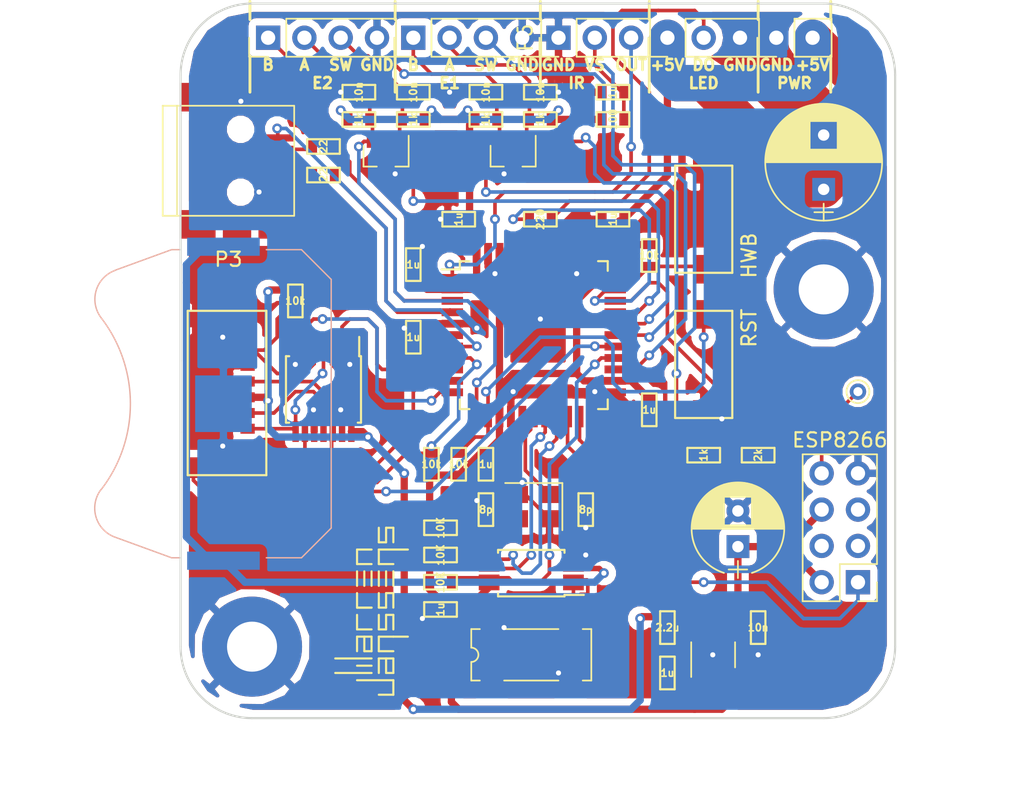
<source format=kicad_pcb>
(kicad_pcb (version 4) (host pcbnew 4.0.6)
  (layers (0 F.Cu signal) (31 B.Cu signal) (34 B.Paste user) (35 F.Paste user) (36 B.SilkS user) (37 F.SilkS user) (38 B.Mask user) (39 F.Mask user) (44 Edge.Cuts user))
  (net 0 "")
  (net 1 GND)
  (net 2 +3V3)
  (net 3 +5V)
  (net 4 +BATT)
  (net 5 /E1B)
  (net 6 /E2B)
  (net 7 /E1A)
  (net 8 /E2A)
  (net 9 "Net-(C7-Pad2)")
  (net 10 /E1S)
  (net 11 /E2S)
  (net 12 "Net-(P3-Pad4)")
  (net 13 /DI)
  (net 14 /CS)
  (net 15 "Net-(P4-Pad1)")
  (net 16 /CLK)
  (net 17 /DO)
  (net 18 "Net-(P4-Pad8)")
  (net 19 /DET)
  (net 20 "Net-(P7-Pad3)")
  (net 21 "Net-(P7-Pad5)")
  (net 22 /SS)
  (net 23 /SCL)
  (net 24 /SDA)
  (net 25 /MFP)
  (net 26 /LED)
  (net 27 /MISO)
  (net 28 /SCLK)
  (net 29 /MOSI)
  (net 30 "Net-(U2-Pad36)")
  (net 31 "Net-(U2-Pad37)")
  (net 32 "Net-(U2-Pad38)")
  (net 33 "Net-(U2-Pad39)")
  (net 34 "Net-(U2-Pad40)")
  (net 35 "Net-(U2-Pad41)")
  (net 36 "Net-(U2-Pad42)")
  (net 37 "Net-(P7-Pad4)")
  (net 38 "Net-(P7-Pad8)")
  (net 39 /RX_TX)
  (net 40 /TX_RX)
  (net 41 "Net-(P8-Pad2)")
  (net 42 /X+)
  (net 43 /X-)
  (net 44 /VBUS)
  (net 45 /DN)
  (net 46 /DP)
  (net 47 /RST)
  (net 48 /D+)
  (net 49 /D-)
  (net 50 /HWB)
  (net 51 /Y+)
  (net 52 /Y-)
  (net 53 /IROUT)
  (net 54 "Net-(C18-Pad2)")
  (net 55 "Net-(C19-Pad1)")
  (net 56 "Net-(J2-Pad1)")
  (module DigitalCave:SW_6x3 (layer F.Cu) (at 141.605 95.25 90)
    (fp_text reference SW1 hide)
    (fp_text value RST (at 2.54 3.175 90) (layer F.SilkS))
    (pad 1 smd rect (at -3.5 0 90) (size 2 1.5) (layers F.Cu F.Paste F.Mask) (net 1 GND))
    (pad 2 smd rect (at 3.5 0 90) (size 2 1.5) (layers F.Cu F.Paste F.Mask) (net 47 /RST))
  )
  (module DigitalCave:SW_6x3 (layer F.Cu) (at 141.605 85.09 90)
    (fp_text reference SW2 hide)
    (fp_text value HWB (at -2.54 3.175 90) (layer F.SilkS))
    (pad 1 smd rect (at -3.5 0 90) (size 2 1.5) (layers F.Cu F.Paste F.Mask) (net 50 /HWB))
    (pad 2 smd rect (at 3.5 0 90) (size 2 1.5) (layers F.Cu F.Paste F.Mask) (net 1 GND))
  )
  (module Housings_SSOP:TSSOP-14_4.4x5mm_Pitch0.65mm (layer F.Cu) (at 115 97 270)
    (fp_text reference U1 hide)
    (fp_text value 74LS125 hide)
    (pad 1 smd rect (at -2.95 -1.95 270) (size 1.45 0.45) (layers F.Cu F.Paste F.Mask) (net 1 GND))
    (pad 2 smd rect (at -2.95 -1.3 270) (size 1.45 0.45) (layers F.Cu F.Paste F.Mask) (net 28 /SCLK))
    (pad 3 smd rect (at -2.95 -0.65 270) (size 1.45 0.45) (layers F.Cu F.Paste F.Mask) (net 16 /CLK))
    (pad 4 smd rect (at -2.95 0 270) (size 1.45 0.45) (layers F.Cu F.Paste F.Mask) (net 14 /CS))
    (pad 5 smd rect (at -2.95 0.65 270) (size 1.45 0.45) (layers F.Cu F.Paste F.Mask) (net 17 /DO))
    (pad 6 smd rect (at -2.95 1.3 270) (size 1.45 0.45) (layers F.Cu F.Paste F.Mask) (net 27 /MISO))
    (pad 7 smd rect (at -2.95 1.95 270) (size 1.45 0.45) (layers F.Cu F.Paste F.Mask) (net 1 GND))
    (pad 8 smd rect (at 2.95 1.95 270) (size 1.45 0.45) (layers F.Cu F.Paste F.Mask) (net 14 /CS))
    (pad 9 smd rect (at 2.95 1.3 270) (size 1.45 0.45) (layers F.Cu F.Paste F.Mask) (net 22 /SS))
    (pad 10 smd rect (at 2.95 0.65 270) (size 1.45 0.45) (layers F.Cu F.Paste F.Mask) (net 1 GND))
    (pad 11 smd rect (at 2.95 0 270) (size 1.45 0.45) (layers F.Cu F.Paste F.Mask) (net 13 /DI))
    (pad 12 smd rect (at 2.95 -0.65 270) (size 1.45 0.45) (layers F.Cu F.Paste F.Mask) (net 29 /MOSI))
    (pad 13 smd rect (at 2.95 -1.3 270) (size 1.45 0.45) (layers F.Cu F.Paste F.Mask) (net 1 GND))
    (pad 14 smd rect (at 2.95 -1.95 270) (size 1.45 0.45) (layers F.Cu F.Paste F.Mask) (net 2 +3V3))
  )
  (module Battery_Holders:Keystone_3034_1x20mm-CoinCell (layer B.Cu) (at 108 98 90)
    (fp_text reference BT1 hide)
    (fp_text value 3V hide)
    (pad 2 smd rect (at 0 0 90) (size 3.96 3.96) (layers B.Cu B.Paste B.Mask) (net 1 GND))
    (pad 1 smd rect (at 10.985 0 90) (size 1.27 5.08) (layers B.Cu B.Paste B.Mask) (net 4 +BATT))
    (pad 1 smd rect (at -10.985 0 90) (size 1.27 5.08) (layers B.Cu B.Paste B.Mask) (net 4 +BATT))
  )
  (module Capacitors_THT:CP_Radial_D8.0mm_P3.80mm (layer F.Cu) (at 150 83 90)
    (fp_text reference C14 hide)
    (fp_text value 470u hide)
    (pad 1 thru_hole rect (at 0 0 90) (size 1.6 1.6) (drill 0.8) (layers *.Cu *.Mask) (net 3 +5V))
    (pad 2 thru_hole circle (at 3.8 0 90) (size 1.6 1.6) (drill 0.8) (layers *.Cu *.Mask) (net 1 GND))
  )
  (module Capacitors_THT:CP_Radial_D6.3mm_P2.50mm (layer F.Cu) (at 144 108 90)
    (fp_text reference C16 hide)
    (fp_text value 100u hide)
    (pad 1 thru_hole rect (at 0 0 90) (size 1.6 1.6) (drill 0.8) (layers *.Cu *.Mask) (net 2 +3V3))
    (pad 2 thru_hole circle (at 2.5 0 90) (size 1.6 1.6) (drill 0.8) (layers *.Cu *.Mask) (net 1 GND))
  )
  (module TO_SOT_Packages_SMD:SOT-23 (layer F.Cu) (at 128.27 80.645 270)
    (fp_text reference D1 hide)
    (fp_text value TVS hide)
    (pad 1 smd rect (at -1 -0.95 270) (size 0.9 0.8) (layers F.Cu F.Paste F.Mask) (net 7 /E1A))
    (pad 2 smd rect (at -1 0.95 270) (size 0.9 0.8) (layers F.Cu F.Paste F.Mask) (net 5 /E1B))
    (pad 3 smd rect (at 1 0 270) (size 0.9 0.8) (layers F.Cu F.Paste F.Mask) (net 1 GND))
  )
  (module TO_SOT_Packages_SMD:SOT-23 (layer F.Cu) (at 119.38 80.645 270)
    (fp_text reference D2 hide)
    (fp_text value TVS hide)
    (pad 1 smd rect (at -1 -0.95 270) (size 0.9 0.8) (layers F.Cu F.Paste F.Mask) (net 8 /E2A))
    (pad 2 smd rect (at -1 0.95 270) (size 0.9 0.8) (layers F.Cu F.Paste F.Mask) (net 6 /E2B))
    (pad 3 smd rect (at 1 0 270) (size 0.9 0.8) (layers F.Cu F.Paste F.Mask) (net 1 GND))
  )
  (module Pin_Headers:Pin_Header_Straight_1x04_Pitch2.54mm (layer F.Cu) (at 121.285 72.39 90)
    (fp_text reference P1 hide)
    (fp_text value ENC1 hide)
    (pad 1 thru_hole rect (at 0 0 90) (size 1.7 1.7) (drill 1) (layers *.Cu *.Mask) (net 5 /E1B))
    (pad 2 thru_hole oval (at 0 2.54 90) (size 1.7 1.7) (drill 1) (layers *.Cu *.Mask) (net 7 /E1A))
    (pad 3 thru_hole oval (at 0 5.08 90) (size 1.7 1.7) (drill 1) (layers *.Cu *.Mask) (net 10 /E1S))
    (pad 4 thru_hole oval (at 0 7.62 90) (size 1.7 1.7) (drill 1) (layers *.Cu *.Mask) (net 1 GND))
  )
  (module Pin_Headers:Pin_Header_Straight_1x04_Pitch2.54mm (layer F.Cu) (at 111.125 72.39 90)
    (fp_text reference P2 hide)
    (fp_text value ENC2 hide)
    (pad 1 thru_hole rect (at 0 0 90) (size 1.7 1.7) (drill 1) (layers *.Cu *.Mask) (net 6 /E2B))
    (pad 2 thru_hole oval (at 0 2.54 90) (size 1.7 1.7) (drill 1) (layers *.Cu *.Mask) (net 8 /E2A))
    (pad 3 thru_hole oval (at 0 5.08 90) (size 1.7 1.7) (drill 1) (layers *.Cu *.Mask) (net 11 /E2S))
    (pad 4 thru_hole oval (at 0 7.62 90) (size 1.7 1.7) (drill 1) (layers *.Cu *.Mask) (net 1 GND))
  )
  (module Connectors:USB_Mini-B (layer F.Cu) (at 109 81)
    (fp_text reference P3 (at -0.65 6.9) (layer F.SilkS))
    (fp_text value USB_OTG hide)
    (pad 1 smd rect (at 2.8 -1.6) (size 2.3 0.5) (layers F.Cu F.Paste F.Mask) (net 44 /VBUS))
    (pad 2 smd rect (at 2.8 -0.8) (size 2.3 0.5) (layers F.Cu F.Paste F.Mask) (net 45 /DN))
    (pad 3 smd rect (at 2.8 0) (size 2.3 0.5) (layers F.Cu F.Paste F.Mask) (net 46 /DP))
    (pad 4 smd rect (at 2.8 0.8) (size 2.3 0.5) (layers F.Cu F.Paste F.Mask) (net 12 "Net-(P3-Pad4)"))
    (pad 5 smd rect (at 2.8 1.6) (size 2.3 0.5) (layers F.Cu F.Paste F.Mask) (net 1 GND))
    (pad 6 smd rect (at 2.7 -4.45) (size 2.5 2) (layers F.Cu F.Paste F.Mask) (net 1 GND))
    (pad 6 smd rect (at -2.8 -4.45) (size 2.5 2) (layers F.Cu F.Paste F.Mask) (net 1 GND))
    (pad 6 smd rect (at 2.7 4.45) (size 2.5 2) (layers F.Cu F.Paste F.Mask) (net 1 GND))
    (pad 6 smd rect (at -2.8 4.45) (size 2.5 2) (layers F.Cu F.Paste F.Mask) (net 1 GND))
    (pad "" np_thru_hole circle (at 0.2 -2.2) (size 0.9 0.9) (drill 0.9) (layers *.Cu *.Mask))
    (pad "" np_thru_hole circle (at 0.2 2.2) (size 0.9 0.9) (drill 0.9) (layers *.Cu *.Mask))
  )
  (module DigitalCave:475710001 (layer F.Cu) (at 111 97 270)
    (fp_text reference P4 hide)
    (fp_text value "Molex 475710001" hide)
    (pad 4 smd rect (at 0.55 1.31 270) (size 0.7 1) (layers F.Cu F.Paste F.Mask) (net 2 +3V3))
    (pad 3 smd rect (at 1.65 1.31 270) (size 0.7 1) (layers F.Cu F.Paste F.Mask) (net 13 /DI))
    (pad 2 smd rect (at 2.75 1.31 270) (size 0.7 1) (layers F.Cu F.Paste F.Mask) (net 14 /CS))
    (pad 1 smd rect (at 3.85 1.31 270) (size 0.7 1) (layers F.Cu F.Paste F.Mask) (net 15 "Net-(P4-Pad1)"))
    (pad 5 smd rect (at -0.55 1.31 270) (size 0.7 1) (layers F.Cu F.Paste F.Mask) (net 16 /CLK))
    (pad 6 smd rect (at -1.65 1.31 270) (size 0.7 1) (layers F.Cu F.Paste F.Mask) (net 1 GND))
    (pad 7 smd rect (at -2.75 1.31 270) (size 0.7 1) (layers F.Cu F.Paste F.Mask) (net 17 /DO))
    (pad 8 smd rect (at -3.85 1.31 270) (size 0.7 1) (layers F.Cu F.Paste F.Mask) (net 18 "Net-(P4-Pad8)"))
    (pad 9 smd rect (at -4.925 2.36 270) (size 1.15 1.2) (layers F.Cu F.Paste F.Mask) (net 1 GND))
    (pad 10 smd rect (at -4.925 4.95 270) (size 1.15 1.2) (layers F.Cu F.Paste F.Mask) (net 1 GND))
    (pad 11 smd rect (at 5.475 2.8 270) (size 1.45 1.2) (layers F.Cu F.Paste F.Mask) (net 1 GND))
    (pad 12 smd rect (at 5.7 3.95 270) (size 1 0.7) (layers F.Cu F.Paste F.Mask) (net 1 GND))
    (pad 13 smd rect (at 5.475 5.1 270) (size 1.45 0.9) (layers F.Cu F.Paste F.Mask) (net 19 /DET))
  )
  (module Pin_Headers:Pin_Header_Straight_1x02_Pitch2.54mm (layer F.Cu) (at 146.685 72.39 90)
    (fp_text reference P5 hide)
    (fp_text value PWR hide)
    (pad 1 thru_hole rect (at 0 0 90) (size 1.7 1.7) (drill 1) (layers *.Cu *.Mask) (net 1 GND))
    (pad 2 thru_hole oval (at 0 2.54 90) (size 1.7 1.7) (drill 1) (layers *.Cu *.Mask) (net 3 +5V))
  )
  (module Pin_Headers:Pin_Header_Straight_2x04_Pitch2.54mm (layer F.Cu) (at 152.4 110.49 180)
    (fp_text reference P7 hide)
    (fp_text value ESP8266 (at 1.27 9.95 180) (layer F.SilkS))
    (pad 1 thru_hole rect (at 0 0 180) (size 1.7 1.7) (drill 1) (layers *.Cu *.Mask) (net 39 /RX_TX))
    (pad 2 thru_hole oval (at 2.54 0 180) (size 1.7 1.7) (drill 1) (layers *.Cu *.Mask) (net 2 +3V3))
    (pad 3 thru_hole oval (at 0 2.54 180) (size 1.7 1.7) (drill 1) (layers *.Cu *.Mask) (net 20 "Net-(P7-Pad3)"))
    (pad 4 thru_hole oval (at 2.54 2.54 180) (size 1.7 1.7) (drill 1) (layers *.Cu *.Mask) (net 37 "Net-(P7-Pad4)"))
    (pad 5 thru_hole oval (at 0 5.08 180) (size 1.7 1.7) (drill 1) (layers *.Cu *.Mask) (net 21 "Net-(P7-Pad5)"))
    (pad 6 thru_hole oval (at 2.54 5.08 180) (size 1.7 1.7) (drill 1) (layers *.Cu *.Mask) (net 2 +3V3))
    (pad 7 thru_hole oval (at 0 7.62 180) (size 1.7 1.7) (drill 1) (layers *.Cu *.Mask) (net 1 GND))
    (pad 8 thru_hole oval (at 2.54 7.62 180) (size 1.7 1.7) (drill 1) (layers *.Cu *.Mask) (net 38 "Net-(P7-Pad8)"))
  )
  (module Pin_Headers:Pin_Header_Straight_1x03_Pitch2.54mm (layer F.Cu) (at 139.065 72.39 90)
    (fp_text reference P8 hide)
    (fp_text value WS2812 hide)
    (pad 1 thru_hole rect (at 0 0 90) (size 1.7 1.7) (drill 1) (layers *.Cu *.Mask) (net 3 +5V))
    (pad 2 thru_hole oval (at 0 2.54 90) (size 1.7 1.7) (drill 1) (layers *.Cu *.Mask) (net 41 "Net-(P8-Pad2)"))
    (pad 3 thru_hole oval (at 0 5.08 90) (size 1.7 1.7) (drill 1) (layers *.Cu *.Mask) (net 1 GND))
  )
  (module Housings_QFP:TQFP-44_10x10mm_Pitch0.8mm (layer F.Cu) (at 129.715 93.2)
    (fp_text reference U2 hide)
    (fp_text value ATMEGA32U4-A hide)
    (pad 1 smd rect (at -5.7 -4) (size 1.5 0.55) (layers F.Cu F.Paste F.Mask) (net 53 /IROUT))
    (pad 2 smd rect (at -5.7 -3.2) (size 1.5 0.55) (layers F.Cu F.Paste F.Mask) (net 3 +5V))
    (pad 3 smd rect (at -5.7 -2.4) (size 1.5 0.55) (layers F.Cu F.Paste F.Mask) (net 49 /D-))
    (pad 4 smd rect (at -5.7 -1.6) (size 1.5 0.55) (layers F.Cu F.Paste F.Mask) (net 48 /D+))
    (pad 5 smd rect (at -5.7 -0.8) (size 1.5 0.55) (layers F.Cu F.Paste F.Mask) (net 1 GND))
    (pad 6 smd rect (at -5.7 0) (size 1.5 0.55) (layers F.Cu F.Paste F.Mask) (net 9 "Net-(C7-Pad2)"))
    (pad 7 smd rect (at -5.7 0.8) (size 1.5 0.55) (layers F.Cu F.Paste F.Mask) (net 44 /VBUS))
    (pad 8 smd rect (at -5.7 1.6) (size 1.5 0.55) (layers F.Cu F.Paste F.Mask) (net 22 /SS))
    (pad 9 smd rect (at -5.7 2.4) (size 1.5 0.55) (layers F.Cu F.Paste F.Mask) (net 28 /SCLK))
    (pad 10 smd rect (at -5.7 3.2) (size 1.5 0.55) (layers F.Cu F.Paste F.Mask) (net 29 /MOSI))
    (pad 11 smd rect (at -5.7 4) (size 1.5 0.55) (layers F.Cu F.Paste F.Mask) (net 27 /MISO))
    (pad 12 smd rect (at -4 5.7 90) (size 1.5 0.55) (layers F.Cu F.Paste F.Mask) (net 6 /E2B))
    (pad 13 smd rect (at -3.2 5.7 90) (size 1.5 0.55) (layers F.Cu F.Paste F.Mask) (net 47 /RST))
    (pad 14 smd rect (at -2.4 5.7 90) (size 1.5 0.55) (layers F.Cu F.Paste F.Mask) (net 3 +5V))
    (pad 15 smd rect (at -1.6 5.7 90) (size 1.5 0.55) (layers F.Cu F.Paste F.Mask) (net 1 GND))
    (pad 16 smd rect (at -0.8 5.7 90) (size 1.5 0.55) (layers F.Cu F.Paste F.Mask) (net 43 /X-))
    (pad 17 smd rect (at 0 5.7 90) (size 1.5 0.55) (layers F.Cu F.Paste F.Mask) (net 42 /X+))
    (pad 18 smd rect (at 0.8 5.7 90) (size 1.5 0.55) (layers F.Cu F.Paste F.Mask) (net 23 /SCL))
    (pad 19 smd rect (at 1.6 5.7 90) (size 1.5 0.55) (layers F.Cu F.Paste F.Mask) (net 24 /SDA))
    (pad 20 smd rect (at 2.4 5.7 90) (size 1.5 0.55) (layers F.Cu F.Paste F.Mask) (net 39 /RX_TX))
    (pad 21 smd rect (at 3.2 5.7 90) (size 1.5 0.55) (layers F.Cu F.Paste F.Mask) (net 40 /TX_RX))
    (pad 22 smd rect (at 4 5.7 90) (size 1.5 0.55) (layers F.Cu F.Paste F.Mask) (net 10 /E1S))
    (pad 23 smd rect (at 5.7 4) (size 1.5 0.55) (layers F.Cu F.Paste F.Mask) (net 1 GND))
    (pad 24 smd rect (at 5.7 3.2) (size 1.5 0.55) (layers F.Cu F.Paste F.Mask) (net 3 +5V))
    (pad 25 smd rect (at 5.7 2.4) (size 1.5 0.55) (layers F.Cu F.Paste F.Mask) (net 11 /E2S))
    (pad 26 smd rect (at 5.7 1.6) (size 1.5 0.55) (layers F.Cu F.Paste F.Mask) (net 25 /MFP))
    (pad 27 smd rect (at 5.7 0.8) (size 1.5 0.55) (layers F.Cu F.Paste F.Mask) (net 19 /DET))
    (pad 28 smd rect (at 5.7 0) (size 1.5 0.55) (layers F.Cu F.Paste F.Mask) (net 7 /E1A))
    (pad 29 smd rect (at 5.7 -0.8) (size 1.5 0.55) (layers F.Cu F.Paste F.Mask) (net 5 /E1B))
    (pad 30 smd rect (at 5.7 -1.6) (size 1.5 0.55) (layers F.Cu F.Paste F.Mask) (net 8 /E2A))
    (pad 31 smd rect (at 5.7 -2.4) (size 1.5 0.55) (layers F.Cu F.Paste F.Mask) (net 56 "Net-(J2-Pad1)"))
    (pad 32 smd rect (at 5.7 -3.2) (size 1.5 0.55) (layers F.Cu F.Paste F.Mask) (net 26 /LED))
    (pad 33 smd rect (at 5.7 -4) (size 1.5 0.55) (layers F.Cu F.Paste F.Mask) (net 50 /HWB))
    (pad 34 smd rect (at 4 -5.7 90) (size 1.5 0.55) (layers F.Cu F.Paste F.Mask) (net 3 +5V))
    (pad 35 smd rect (at 3.2 -5.7 90) (size 1.5 0.55) (layers F.Cu F.Paste F.Mask) (net 1 GND))
    (pad 36 smd rect (at 2.4 -5.7 90) (size 1.5 0.55) (layers F.Cu F.Paste F.Mask) (net 30 "Net-(U2-Pad36)"))
    (pad 37 smd rect (at 1.6 -5.7 90) (size 1.5 0.55) (layers F.Cu F.Paste F.Mask) (net 31 "Net-(U2-Pad37)"))
    (pad 38 smd rect (at 0.8 -5.7 90) (size 1.5 0.55) (layers F.Cu F.Paste F.Mask) (net 32 "Net-(U2-Pad38)"))
    (pad 39 smd rect (at 0 -5.7 90) (size 1.5 0.55) (layers F.Cu F.Paste F.Mask) (net 33 "Net-(U2-Pad39)"))
    (pad 40 smd rect (at -0.8 -5.7 90) (size 1.5 0.55) (layers F.Cu F.Paste F.Mask) (net 34 "Net-(U2-Pad40)"))
    (pad 41 smd rect (at -1.6 -5.7 90) (size 1.5 0.55) (layers F.Cu F.Paste F.Mask) (net 35 "Net-(U2-Pad41)"))
    (pad 42 smd rect (at -2.4 -5.7 90) (size 1.5 0.55) (layers F.Cu F.Paste F.Mask) (net 36 "Net-(U2-Pad42)"))
    (pad 43 smd rect (at -3.2 -5.7 90) (size 1.5 0.55) (layers F.Cu F.Paste F.Mask) (net 1 GND))
    (pad 44 smd rect (at -4 -5.7 90) (size 1.5 0.55) (layers F.Cu F.Paste F.Mask) (net 3 +5V))
  )
  (module Housings_SSOP:TSSOP-8_4.4x3mm_Pitch0.65mm (layer F.Cu) (at 129.54 109.855 180)
    (fp_text reference U3 hide)
    (fp_text value MCP7941X hide)
    (pad 1 smd rect (at -2.95 -0.975 180) (size 1.45 0.45) (layers F.Cu F.Paste F.Mask) (net 51 /Y+))
    (pad 2 smd rect (at -2.95 -0.325 180) (size 1.45 0.45) (layers F.Cu F.Paste F.Mask) (net 52 /Y-))
    (pad 3 smd rect (at -2.95 0.325 180) (size 1.45 0.45) (layers F.Cu F.Paste F.Mask) (net 4 +BATT))
    (pad 4 smd rect (at -2.95 0.975 180) (size 1.45 0.45) (layers F.Cu F.Paste F.Mask) (net 1 GND))
    (pad 5 smd rect (at 2.95 0.975 180) (size 1.45 0.45) (layers F.Cu F.Paste F.Mask) (net 24 /SDA))
    (pad 6 smd rect (at 2.95 0.325 180) (size 1.45 0.45) (layers F.Cu F.Paste F.Mask) (net 23 /SCL))
    (pad 7 smd rect (at 2.95 -0.325 180) (size 1.45 0.45) (layers F.Cu F.Paste F.Mask) (net 25 /MFP))
    (pad 8 smd rect (at 2.95 -0.975 180) (size 1.45 0.45) (layers F.Cu F.Paste F.Mask) (net 3 +5V))
  )
  (module Crystals:Crystal_SMD_3225-4pin_3.2x2.5mm (layer F.Cu) (at 129.715 105.2 180)
    (fp_text reference X1 hide)
    (fp_text value "16M 8p" hide)
    (pad 1 smd rect (at -1.1 0.85 180) (size 1.4 1.2) (layers F.Cu F.Paste F.Mask) (net 42 /X+))
    (pad 2 smd rect (at 1.1 0.85 180) (size 1.4 1.2) (layers F.Cu F.Paste F.Mask) (net 1 GND))
    (pad 3 smd rect (at 1.1 -0.85 180) (size 1.4 1.2) (layers F.Cu F.Paste F.Mask) (net 43 /X-))
    (pad 4 smd rect (at -1.1 -0.85 180) (size 1.4 1.2) (layers F.Cu F.Paste F.Mask) (net 1 GND))
  )
  (module Crystals:Crystal_SMD_SeikoEpson_MC306-4pin_8.0x3.2mm (layer F.Cu) (at 129.54 115.57)
    (fp_text reference X2 hide)
    (fp_text value "32.768k 6-9p" hide)
    (pad 1 smd rect (at -2.75 1.6) (size 1.3 1.9) (layers F.Cu F.Paste F.Mask) (net 51 /Y+))
    (pad 2 smd rect (at 2.75 1.6) (size 1.3 1.9) (layers F.Cu F.Paste F.Mask) (net 1 GND))
    (pad 3 smd rect (at 2.75 -1.6) (size 1.3 1.9) (layers F.Cu F.Paste F.Mask) (net 52 /Y-))
    (pad 4 smd rect (at -2.75 -1.6) (size 1.3 1.9) (layers F.Cu F.Paste F.Mask) (net 1 GND))
  )
  (module Mounting_Holes:MountingHole_3.5mm_Pad (layer F.Cu) (at 110 115)
    (fp_text reference MP1 hide)
    (fp_text value MOUNTING_HOLE hide)
    (pad 1 thru_hole circle (at 0 0) (size 7 7) (drill 3.5) (layers *.Cu *.Mask) (net 1 GND))
  )
  (module Mounting_Holes:MountingHole_3.5mm_Pad (layer F.Cu) (at 150 90)
    (fp_text reference MP2 hide)
    (fp_text value MOUNTING_HOLE hide)
    (pad 1 thru_hole circle (at 0 0) (size 7 7) (drill 3.5) (layers *.Cu *.Mask) (net 1 GND))
  )
  (module TO_SOT_Packages_SMD:TSOT-23-5 (layer F.Cu) (at 142.24 115.57 90)
    (fp_text reference U4 hide)
    (fp_text value MIC5219-3.3BM5 hide)
    (pad 1 smd rect (at -1.31 -0.95 90) (size 1.22 0.65) (layers F.Cu F.Paste F.Mask) (net 3 +5V))
    (pad 2 smd rect (at -1.31 0 90) (size 1.22 0.65) (layers F.Cu F.Paste F.Mask) (net 1 GND))
    (pad 3 smd rect (at -1.31 0.95 90) (size 1.22 0.65) (layers F.Cu F.Paste F.Mask) (net 3 +5V))
    (pad 4 smd rect (at 1.31 0.95 90) (size 1.22 0.65) (layers F.Cu F.Paste F.Mask) (net 55 "Net-(C19-Pad1)"))
    (pad 5 smd rect (at 1.31 -0.95 90) (size 1.22 0.65) (layers F.Cu F.Paste F.Mask) (net 2 +3V3))
  )
  (module Connectors:PINTST (layer F.Cu) (at 152.4 97.155)
    (fp_text reference J2 hide)
    (fp_text value TEST_1P hide)
    (pad 1 thru_hole circle (at 0 0) (size 1.143 1.143) (drill 0.635) (layers *.Cu *.Mask) (net 56 "Net-(J2-Pad1)"))
  )
  (module DigitalCave:WJ20 (layer F.Cu) (at 119.38 111.76 90)
    (fp_text reference WJ20 hide)
    (fp_text value VAL** hide)
  )
  (module Pin_Headers:Pin_Header_Straight_1x03_Pitch2.54mm (layer F.Cu) (at 131.445 72.39 90)
    (fp_text reference P6 (at 0 -2.33 90) (layer F.SilkS))
    (fp_text value IR hide)
    (pad 1 thru_hole rect (at 0 0 90) (size 1.7 1.7) (drill 1) (layers *.Cu *.Mask) (net 1 GND))
    (pad 2 thru_hole oval (at 0 2.54 90) (size 1.7 1.7) (drill 1) (layers *.Cu *.Mask) (net 54 "Net-(C18-Pad2)"))
    (pad 3 thru_hole oval (at 0 5.08 90) (size 1.7 1.7) (drill 1) (layers *.Cu *.Mask) (net 53 /IROUT))
  )
  (module DigitalCave:SM0603_VALUE (layer F.Cu) (at 139.065 113.665 270)
    (fp_text reference C17 hide)
    (fp_text value 2.2u (at 0 0 360) (layer F.SilkS) (effects (font (size 0.508 0.508) (thickness 0.1143))))
    (pad 1 smd rect (at -0.762 0 270) (size 0.635 0.889) (layers F.Cu F.Paste F.Mask) (net 2 +3V3))
    (pad 2 smd rect (at 0.762 0 270) (size 0.635 0.889) (layers F.Cu F.Paste F.Mask) (net 1 GND))
  )
  (module DigitalCave:SM0603_VALUE (layer F.Cu) (at 130.175 76.2 180)
    (fp_text reference C1 hide)
    (fp_text value 10n (at 0 0 270) (layer F.SilkS) (effects (font (size 0.508 0.508) (thickness 0.1143))))
    (pad 1 smd rect (at -0.762 0 180) (size 0.635 0.889) (layers F.Cu F.Paste F.Mask) (net 1 GND))
    (pad 2 smd rect (at 0.762 0 180) (size 0.635 0.889) (layers F.Cu F.Paste F.Mask) (net 7 /E1A))
  )
  (module DigitalCave:SM0603_VALUE (layer F.Cu) (at 121.285 76.2 180)
    (fp_text reference C2 hide)
    (fp_text value 10n (at 0 0 270) (layer F.SilkS) (effects (font (size 0.508 0.508) (thickness 0.1143))))
    (pad 1 smd rect (at -0.762 0 180) (size 0.635 0.889) (layers F.Cu F.Paste F.Mask) (net 1 GND))
    (pad 2 smd rect (at 0.762 0 180) (size 0.635 0.889) (layers F.Cu F.Paste F.Mask) (net 8 /E2A))
  )
  (module DigitalCave:SM0603_VALUE (layer F.Cu) (at 126.365 76.2)
    (fp_text reference C3 hide)
    (fp_text value 10n (at 0 0 90) (layer F.SilkS) (effects (font (size 0.508 0.508) (thickness 0.1143))))
    (pad 1 smd rect (at -0.762 0) (size 0.635 0.889) (layers F.Cu F.Paste F.Mask) (net 1 GND))
    (pad 2 smd rect (at 0.762 0) (size 0.635 0.889) (layers F.Cu F.Paste F.Mask) (net 5 /E1B))
  )
  (module DigitalCave:SM0603_VALUE (layer F.Cu) (at 117.475 76.2)
    (fp_text reference C4 hide)
    (fp_text value 10n (at 0 0 90) (layer F.SilkS) (effects (font (size 0.508 0.508) (thickness 0.1143))))
    (pad 1 smd rect (at -0.762 0) (size 0.635 0.889) (layers F.Cu F.Paste F.Mask) (net 1 GND))
    (pad 2 smd rect (at 0.762 0) (size 0.635 0.889) (layers F.Cu F.Paste F.Mask) (net 6 /E2B))
  )
  (module DigitalCave:SM0603_VALUE (layer F.Cu) (at 133.35 105.41 90)
    (fp_text reference C5 hide)
    (fp_text value 8p (at 0 0 180) (layer F.SilkS) (effects (font (size 0.508 0.508) (thickness 0.1143))))
    (pad 1 smd rect (at -0.762 0 90) (size 0.635 0.889) (layers F.Cu F.Paste F.Mask) (net 1 GND))
    (pad 2 smd rect (at 0.762 0 90) (size 0.635 0.889) (layers F.Cu F.Paste F.Mask) (net 42 /X+))
  )
  (module DigitalCave:SM0603_VALUE (layer F.Cu) (at 126.365 105.41 270)
    (fp_text reference C6 hide)
    (fp_text value 8p (at 0 0 360) (layer F.SilkS) (effects (font (size 0.508 0.508) (thickness 0.1143))))
    (pad 1 smd rect (at -0.762 0 270) (size 0.635 0.889) (layers F.Cu F.Paste F.Mask) (net 1 GND))
    (pad 2 smd rect (at 0.762 0 270) (size 0.635 0.889) (layers F.Cu F.Paste F.Mask) (net 43 /X-))
  )
  (module DigitalCave:SM0603_VALUE (layer F.Cu) (at 121.285 93.345 270)
    (fp_text reference C7 hide)
    (fp_text value 1u (at 0 0 360) (layer F.SilkS) (effects (font (size 0.508 0.508) (thickness 0.1143))))
    (pad 1 smd rect (at -0.762 0 270) (size 0.635 0.889) (layers F.Cu F.Paste F.Mask) (net 1 GND))
    (pad 2 smd rect (at 0.762 0 270) (size 0.635 0.889) (layers F.Cu F.Paste F.Mask) (net 9 "Net-(C7-Pad2)"))
  )
  (module DigitalCave:SM0603_VALUE (layer F.Cu) (at 124.46 85.09 180)
    (fp_text reference C8 hide)
    (fp_text value 1u (at 0 0 270) (layer F.SilkS) (effects (font (size 0.508 0.508) (thickness 0.1143))))
    (pad 1 smd rect (at -0.762 0 180) (size 0.635 0.889) (layers F.Cu F.Paste F.Mask) (net 3 +5V))
    (pad 2 smd rect (at 0.762 0 180) (size 0.635 0.889) (layers F.Cu F.Paste F.Mask) (net 1 GND))
  )
  (module DigitalCave:SM0603_VALUE (layer F.Cu) (at 137.795 98.425 270)
    (fp_text reference C9 hide)
    (fp_text value 1u (at 0 0 360) (layer F.SilkS) (effects (font (size 0.508 0.508) (thickness 0.1143))))
    (pad 1 smd rect (at -0.762 0 270) (size 0.635 0.889) (layers F.Cu F.Paste F.Mask) (net 3 +5V))
    (pad 2 smd rect (at 0.762 0 270) (size 0.635 0.889) (layers F.Cu F.Paste F.Mask) (net 1 GND))
  )
  (module DigitalCave:SM0603_VALUE (layer F.Cu) (at 135.255 85.09 180)
    (fp_text reference C10 hide)
    (fp_text value 1u (at 0 0 270) (layer F.SilkS) (effects (font (size 0.508 0.508) (thickness 0.1143))))
    (pad 1 smd rect (at -0.762 0 180) (size 0.635 0.889) (layers F.Cu F.Paste F.Mask) (net 3 +5V))
    (pad 2 smd rect (at 0.762 0 180) (size 0.635 0.889) (layers F.Cu F.Paste F.Mask) (net 1 GND))
  )
  (module DigitalCave:SM0603_VALUE (layer F.Cu) (at 126.365 102.235 270)
    (fp_text reference C11 hide)
    (fp_text value 1u (at 0 0 360) (layer F.SilkS) (effects (font (size 0.508 0.508) (thickness 0.1143))))
    (pad 1 smd rect (at -0.762 0 270) (size 0.635 0.889) (layers F.Cu F.Paste F.Mask) (net 3 +5V))
    (pad 2 smd rect (at 0.762 0 270) (size 0.635 0.889) (layers F.Cu F.Paste F.Mask) (net 1 GND))
  )
  (module DigitalCave:SM0603_VALUE (layer F.Cu) (at 121.285 88.265 90)
    (fp_text reference C12 hide)
    (fp_text value 1u (at 0 0 180) (layer F.SilkS) (effects (font (size 0.508 0.508) (thickness 0.1143))))
    (pad 1 smd rect (at -0.762 0 90) (size 0.635 0.889) (layers F.Cu F.Paste F.Mask) (net 3 +5V))
    (pad 2 smd rect (at 0.762 0 90) (size 0.635 0.889) (layers F.Cu F.Paste F.Mask) (net 1 GND))
  )
  (module DigitalCave:SM0603_VALUE (layer F.Cu) (at 139.065 116.84 90)
    (fp_text reference C13 hide)
    (fp_text value 1u (at 0 0 180) (layer F.SilkS) (effects (font (size 0.508 0.508) (thickness 0.1143))))
    (pad 1 smd rect (at -0.762 0 90) (size 0.635 0.889) (layers F.Cu F.Paste F.Mask) (net 3 +5V))
    (pad 2 smd rect (at 0.762 0 90) (size 0.635 0.889) (layers F.Cu F.Paste F.Mask) (net 1 GND))
  )
  (module DigitalCave:SM0603_VALUE (layer F.Cu) (at 123.19 112.395 180)
    (fp_text reference C15 hide)
    (fp_text value 1u (at 0 0 270) (layer F.SilkS) (effects (font (size 0.508 0.508) (thickness 0.1143))))
    (pad 1 smd rect (at -0.762 0 180) (size 0.635 0.889) (layers F.Cu F.Paste F.Mask) (net 3 +5V))
    (pad 2 smd rect (at 0.762 0 180) (size 0.635 0.889) (layers F.Cu F.Paste F.Mask) (net 1 GND))
  )
  (module DigitalCave:SM0603_VALUE (layer F.Cu) (at 130.175 78.105)
    (fp_text reference R1 hide)
    (fp_text value 1k (at 0 0 90) (layer F.SilkS) (effects (font (size 0.508 0.508) (thickness 0.1143))))
    (pad 1 smd rect (at -0.762 0) (size 0.635 0.889) (layers F.Cu F.Paste F.Mask) (net 7 /E1A))
    (pad 2 smd rect (at 0.762 0) (size 0.635 0.889) (layers F.Cu F.Paste F.Mask) (net 3 +5V))
  )
  (module DigitalCave:SM0603_VALUE (layer F.Cu) (at 121.285 78.105)
    (fp_text reference R2 hide)
    (fp_text value 1k (at 0 0 90) (layer F.SilkS) (effects (font (size 0.508 0.508) (thickness 0.1143))))
    (pad 1 smd rect (at -0.762 0) (size 0.635 0.889) (layers F.Cu F.Paste F.Mask) (net 8 /E2A))
    (pad 2 smd rect (at 0.762 0) (size 0.635 0.889) (layers F.Cu F.Paste F.Mask) (net 3 +5V))
  )
  (module DigitalCave:SM0603_VALUE (layer F.Cu) (at 126.365 78.105 180)
    (fp_text reference R3 hide)
    (fp_text value 1k (at 0 0 270) (layer F.SilkS) (effects (font (size 0.508 0.508) (thickness 0.1143))))
    (pad 1 smd rect (at -0.762 0 180) (size 0.635 0.889) (layers F.Cu F.Paste F.Mask) (net 5 /E1B))
    (pad 2 smd rect (at 0.762 0 180) (size 0.635 0.889) (layers F.Cu F.Paste F.Mask) (net 3 +5V))
  )
  (module DigitalCave:SM0603_VALUE (layer F.Cu) (at 117.475 78.105 180)
    (fp_text reference R4 hide)
    (fp_text value 1k (at 0 0 270) (layer F.SilkS) (effects (font (size 0.508 0.508) (thickness 0.1143))))
    (pad 1 smd rect (at -0.762 0 180) (size 0.635 0.889) (layers F.Cu F.Paste F.Mask) (net 6 /E2B))
    (pad 2 smd rect (at 0.762 0 180) (size 0.635 0.889) (layers F.Cu F.Paste F.Mask) (net 3 +5V))
  )
  (module DigitalCave:SM0603_VALUE (layer F.Cu) (at 113.03 90.805 270)
    (fp_text reference R5 hide)
    (fp_text value 10k (at 0 0 360) (layer F.SilkS) (effects (font (size 0.508 0.508) (thickness 0.1143))))
    (pad 1 smd rect (at -0.762 0 270) (size 0.635 0.889) (layers F.Cu F.Paste F.Mask) (net 2 +3V3))
    (pad 2 smd rect (at 0.762 0 270) (size 0.635 0.889) (layers F.Cu F.Paste F.Mask) (net 17 /DO))
  )
  (module DigitalCave:SM0603_VALUE (layer F.Cu) (at 122.555 102.235 90)
    (fp_text reference R6 hide)
    (fp_text value 10k (at 0 0 180) (layer F.SilkS) (effects (font (size 0.508 0.508) (thickness 0.1143))))
    (pad 1 smd rect (at -0.762 0 90) (size 0.635 0.889) (layers F.Cu F.Paste F.Mask) (net 3 +5V))
    (pad 2 smd rect (at 0.762 0 90) (size 0.635 0.889) (layers F.Cu F.Paste F.Mask) (net 22 /SS))
  )
  (module DigitalCave:SM0603_VALUE (layer F.Cu) (at 124.46 102.235 90)
    (fp_text reference R7 hide)
    (fp_text value 10k (at 0 0 180) (layer F.SilkS) (effects (font (size 0.508 0.508) (thickness 0.1143))))
    (pad 1 smd rect (at -0.762 0 90) (size 0.635 0.889) (layers F.Cu F.Paste F.Mask) (net 3 +5V))
    (pad 2 smd rect (at 0.762 0 90) (size 0.635 0.889) (layers F.Cu F.Paste F.Mask) (net 47 /RST))
  )
  (module DigitalCave:SM0603_VALUE (layer F.Cu) (at 115 82)
    (fp_text reference R8 hide)
    (fp_text value 22 (at 0 0 90) (layer F.SilkS) (effects (font (size 0.508 0.508) (thickness 0.1143))))
    (pad 1 smd rect (at -0.762 0) (size 0.635 0.889) (layers F.Cu F.Paste F.Mask) (net 46 /DP))
    (pad 2 smd rect (at 0.762 0) (size 0.635 0.889) (layers F.Cu F.Paste F.Mask) (net 48 /D+))
  )
  (module DigitalCave:SM0603_VALUE (layer F.Cu) (at 115 80)
    (fp_text reference R9 hide)
    (fp_text value 22 (at 0 0 90) (layer F.SilkS) (effects (font (size 0.508 0.508) (thickness 0.1143))))
    (pad 1 smd rect (at -0.762 0) (size 0.635 0.889) (layers F.Cu F.Paste F.Mask) (net 45 /DN))
    (pad 2 smd rect (at 0.762 0) (size 0.635 0.889) (layers F.Cu F.Paste F.Mask) (net 49 /D-))
  )
  (module DigitalCave:SM0603_VALUE (layer F.Cu) (at 123.19 108.585)
    (fp_text reference R10 hide)
    (fp_text value 10K (at 0 0 90) (layer F.SilkS) (effects (font (size 0.508 0.508) (thickness 0.1143))))
    (pad 1 smd rect (at -0.762 0) (size 0.635 0.889) (layers F.Cu F.Paste F.Mask) (net 3 +5V))
    (pad 2 smd rect (at 0.762 0) (size 0.635 0.889) (layers F.Cu F.Paste F.Mask) (net 23 /SCL))
  )
  (module DigitalCave:SM0603_VALUE (layer F.Cu) (at 137.795 87.63 90)
    (fp_text reference R11 hide)
    (fp_text value 10k (at 0 0 180) (layer F.SilkS) (effects (font (size 0.508 0.508) (thickness 0.1143))))
    (pad 1 smd rect (at -0.762 0 90) (size 0.635 0.889) (layers F.Cu F.Paste F.Mask) (net 50 /HWB))
    (pad 2 smd rect (at 0.762 0 90) (size 0.635 0.889) (layers F.Cu F.Paste F.Mask) (net 3 +5V))
  )
  (module DigitalCave:SM0603_VALUE (layer F.Cu) (at 123.19 106.68)
    (fp_text reference R12 hide)
    (fp_text value 10K (at 0 0 90) (layer F.SilkS) (effects (font (size 0.508 0.508) (thickness 0.1143))))
    (pad 1 smd rect (at -0.762 0) (size 0.635 0.889) (layers F.Cu F.Paste F.Mask) (net 3 +5V))
    (pad 2 smd rect (at 0.762 0) (size 0.635 0.889) (layers F.Cu F.Paste F.Mask) (net 24 /SDA))
  )
  (module DigitalCave:SM0603_VALUE (layer F.Cu) (at 123.19 110.49)
    (fp_text reference R13 hide)
    (fp_text value 10K (at 0 0 90) (layer F.SilkS) (effects (font (size 0.508 0.508) (thickness 0.1143))))
    (pad 1 smd rect (at -0.762 0) (size 0.635 0.889) (layers F.Cu F.Paste F.Mask) (net 3 +5V))
    (pad 2 smd rect (at 0.762 0) (size 0.635 0.889) (layers F.Cu F.Paste F.Mask) (net 25 /MFP))
  )
  (module DigitalCave:SM0603_VALUE (layer F.Cu) (at 141.605 101.6 180)
    (fp_text reference R14 hide)
    (fp_text value 1k (at 0 0 270) (layer F.SilkS) (effects (font (size 0.508 0.508) (thickness 0.1143))))
    (pad 1 smd rect (at -0.762 0 180) (size 0.635 0.889) (layers F.Cu F.Paste F.Mask) (net 38 "Net-(P7-Pad8)"))
    (pad 2 smd rect (at 0.762 0 180) (size 0.635 0.889) (layers F.Cu F.Paste F.Mask) (net 40 /TX_RX))
  )
  (module DigitalCave:SM0603_VALUE (layer F.Cu) (at 145.415 101.6 180)
    (fp_text reference R15 hide)
    (fp_text value 2k (at 0 0 270) (layer F.SilkS) (effects (font (size 0.508 0.508) (thickness 0.1143))))
    (pad 1 smd rect (at -0.762 0 180) (size 0.635 0.889) (layers F.Cu F.Paste F.Mask) (net 1 GND))
    (pad 2 smd rect (at 0.762 0 180) (size 0.635 0.889) (layers F.Cu F.Paste F.Mask) (net 38 "Net-(P7-Pad8)"))
  )
  (module DigitalCave:SM0603_VALUE (layer F.Cu) (at 130.175 85.09 180)
    (fp_text reference R16 hide)
    (fp_text value 220 (at 0 0 270) (layer F.SilkS) (effects (font (size 0.508 0.508) (thickness 0.1143))))
    (pad 1 smd rect (at -0.762 0 180) (size 0.635 0.889) (layers F.Cu F.Paste F.Mask) (net 41 "Net-(P8-Pad2)"))
    (pad 2 smd rect (at 0.762 0 180) (size 0.635 0.889) (layers F.Cu F.Paste F.Mask) (net 26 /LED))
  )
  (module DigitalCave:SM0603_VALUE (layer F.Cu) (at 135.255 76.2)
    (fp_text reference C18 hide)
    (fp_text value 1u (at 0 0 90) (layer F.SilkS) (effects (font (size 0.508 0.508) (thickness 0.1143))))
    (pad 1 smd rect (at -0.762 0) (size 0.635 0.889) (layers F.Cu F.Paste F.Mask) (net 1 GND))
    (pad 2 smd rect (at 0.762 0) (size 0.635 0.889) (layers F.Cu F.Paste F.Mask) (net 54 "Net-(C18-Pad2)"))
  )
  (module DigitalCave:SM0603_VALUE (layer F.Cu) (at 135.255 78.105 180)
    (fp_text reference R17 hide)
    (fp_text value 100 (at 0 0 270) (layer F.SilkS) (effects (font (size 0.508 0.508) (thickness 0.1143))))
    (pad 1 smd rect (at -0.762 0 180) (size 0.635 0.889) (layers F.Cu F.Paste F.Mask) (net 54 "Net-(C18-Pad2)"))
    (pad 2 smd rect (at 0.762 0 180) (size 0.635 0.889) (layers F.Cu F.Paste F.Mask) (net 3 +5V))
  )
  (module DigitalCave:SM0603_VALUE (layer F.Cu) (at 145.415 113.665 270)
    (fp_text reference C19 hide)
    (fp_text value 10n (at 0 0 360) (layer F.SilkS) (effects (font (size 0.508 0.508) (thickness 0.1143))))
    (pad 1 smd rect (at -0.762 0 270) (size 0.635 0.889) (layers F.Cu F.Paste F.Mask) (net 55 "Net-(C19-Pad1)"))
    (pad 2 smd rect (at 0.762 0 270) (size 0.635 0.889) (layers F.Cu F.Paste F.Mask) (net 1 GND))
  )
  (gr_line (start 150.495 71.12) (end 150.495 69.85) (angle 90) (layer F.SilkS) (width 0.2))
  (gr_line (start 145.415 71.12) (end 145.415 69.85) (angle 90) (layer F.SilkS) (width 0.2))
  (gr_line (start 137.795 71.12) (end 137.795 69.85) (angle 90) (layer F.SilkS) (width 0.2))
  (gr_line (start 130.175 71.12) (end 130.175 69.85) (angle 90) (layer F.SilkS) (width 0.2))
  (gr_line (start 120.015 71.12) (end 120.015 69.85) (angle 90) (layer F.SilkS) (width 0.2))
  (gr_line (start 109.855 71.12) (end 109.855 69.85) (angle 90) (layer F.SilkS) (width 0.2))
  (gr_line (start 109.855 73.66) (end 109.855 76.2) (angle 90) (layer F.SilkS) (width 0.2))
  (gr_line (start 150.495 73.66) (end 150.495 76.2) (angle 90) (layer F.SilkS) (width 0.2))
  (gr_line (start 120.015 73.66) (end 120.015 76.2) (angle 90) (layer F.SilkS) (width 0.2))
  (gr_line (start 130.175 73.66) (end 130.175 76.2) (angle 90) (layer F.SilkS) (width 0.2))
  (gr_line (start 137.795 73.66) (end 137.795 76.2) (angle 90) (layer F.SilkS) (width 0.2))
  (gr_line (start 145.415 73.66) (end 145.415 76.2) (angle 90) (layer F.SilkS) (width 0.2))
  (gr_text IR (at 132.715 75.565) (layer F.SilkS) (effects (font (size 0.762 0.762) (thickness 0.1905))))
  (gr_text E2 (at 114.935 75.565) (layer F.SilkS) (effects (font (size 0.762 0.762) (thickness 0.1905))))
  (gr_text E1 (at 123.825 75.565) (layer F.SilkS) (effects (font (size 0.762 0.762) (thickness 0.1905))))
  (gr_text LED (at 141.605 75.565) (layer F.SilkS) (effects (font (size 0.762 0.762) (thickness 0.1905))))
  (gr_text PWR (at 147.955 75.565) (layer F.SilkS) (effects (font (size 0.762 0.762) (thickness 0.1905))))
  (gr_text B (at 111.125 74.295) (layer F.SilkS) (effects (font (size 0.762 0.762) (thickness 0.1905))))
  (gr_text A (at 113.665 74.295) (layer F.SilkS) (effects (font (size 0.762 0.762) (thickness 0.1905))))
  (gr_text SW (at 116.205 74.295) (layer F.SilkS) (effects (font (size 0.762 0.762) (thickness 0.1905))))
  (gr_text GND (at 118.745 74.295) (layer F.SilkS) (effects (font (size 0.762 0.762) (thickness 0.1905))))
  (gr_text B (at 121.285 74.295) (layer F.SilkS) (effects (font (size 0.762 0.762) (thickness 0.1905))))
  (gr_text A (at 123.825 74.295) (layer F.SilkS) (effects (font (size 0.762 0.762) (thickness 0.1905))))
  (gr_text SW (at 126.365 74.295) (layer F.SilkS) (effects (font (size 0.762 0.762) (thickness 0.1905))))
  (gr_text GND (at 128.905 74.295) (layer F.SilkS) (effects (font (size 0.762 0.762) (thickness 0.1905))))
  (gr_text DO (at 141.605 74.295) (layer F.SilkS) (effects (font (size 0.762 0.762) (thickness 0.1905))))
  (gr_text GND (at 144.145 74.295) (layer F.SilkS) (effects (font (size 0.762 0.762) (thickness 0.1905))))
  (gr_text +5V (at 139.065 74.295) (layer F.SilkS) (effects (font (size 0.762 0.762) (thickness 0.1905))))
  (gr_text +5V (at 149.225 74.295) (layer F.SilkS) (effects (font (size 0.762 0.762) (thickness 0.1905))))
  (gr_text GND (at 146.685 74.295) (layer F.SilkS) (effects (font (size 0.762 0.762) (thickness 0.1905))))
  (gr_text VS (at 133.985 74.295) (layer F.SilkS) (effects (font (size 0.762 0.762) (thickness 0.1905))))
  (gr_text GND (at 131.445 74.295) (layer F.SilkS) (effects (font (size 0.762 0.762) (thickness 0.1905))))
  (gr_text OUT (at 136.525 74.295) (layer F.SilkS) (effects (font (size 0.762 0.762) (thickness 0.1905))))
  (gr_arc (start 150 75) (end 150 70) (angle 90) (layer Edge.Cuts) (width 0.15))
  (gr_arc (start 110 75) (end 105 75) (angle 90) (layer Edge.Cuts) (width 0.15))
  (gr_arc (start 110 115) (end 110 120) (angle 90) (layer Edge.Cuts) (width 0.15))
  (gr_line (start 105 100) (end 105 115) (angle 90) (layer Edge.Cuts) (width 0.15))
  (gr_arc (start 150 115) (end 155 115) (angle 90) (layer Edge.Cuts) (width 0.15))
  (gr_line (start 110 120) (end 150 120) (angle 90) (layer Edge.Cuts) (width 0.15))
  (gr_line (start 155 95) (end 155 115) (angle 90) (layer Edge.Cuts) (width 0.15))
  (gr_line (start 155 75) (end 155 95) (angle 90) (layer Edge.Cuts) (width 0.15))
  (gr_line (start 110 70) (end 150 70) (angle 90) (layer Edge.Cuts) (width 0.15))
  (gr_line (start 105 95) (end 105 75) (angle 90) (layer Edge.Cuts) (width 0.15))
  (gr_line (start 105 95) (end 105 100) (angle 90) (layer Edge.Cuts) (width 0.15))
  (segment (start 131.445 76.2) (end 134.493 76.2) (width 0.508) (layer F.Cu) (net 1))
  (via (at 131.445 76.2) (size 0.6858) (drill 0.3556) (layers F.Cu B.Cu) (net 1))
  (segment (start 127.635 81.915) (end 120.015 81.915) (width 0.508) (layer B.Cu) (net 1))
  (via (at 127.635 81.915) (size 0.6858) (drill 0.3556) (layers F.Cu B.Cu) (net 1))
  (segment (start 127.905 81.645) (end 127.635 81.915) (width 0.508) (layer F.Cu) (net 1))
  (via (at 120.015 81.915) (size 0.6858) (drill 0.3556) (layers F.Cu B.Cu) (net 1))
  (segment (start 120.015 81.915) (end 119.745 81.645) (width 0.508) (layer F.Cu) (net 1))
  (segment (start 121.285 92.583) (end 120.777 92.583) (width 0.508) (layer F.Cu) (net 1))
  (via (at 120.65 92.71) (size 0.6858) (drill 0.3556) (layers F.Cu B.Cu) (net 1))
  (segment (start 120.777 92.583) (end 120.65 92.71) (width 0.508) (layer F.Cu) (net 1))
  (segment (start 144.145 72.39) (end 144.145 73.345) (width 1.27) (layer F.Cu) (net 1))
  (segment (start 144.145 73.345) (end 150 79.2) (width 1.27) (layer F.Cu) (net 1))
  (segment (start 141.605 98.75) (end 142.565 98.75) (width 0.254) (layer F.Cu) (net 1))
  (via (at 142.875 99.06) (size 0.6858) (drill 0.3556) (layers F.Cu B.Cu) (net 1))
  (segment (start 142.565 98.75) (end 142.875 99.06) (width 0.254) (layer F.Cu) (net 1))
  (segment (start 127 88.9) (end 130.175 92.075) (width 0.508) (layer B.Cu) (net 1))
  (via (at 127 88.9) (size 0.6858) (drill 0.3556) (layers F.Cu B.Cu) (net 1))
  (via (at 130.175 92.075) (size 0.6858) (drill 0.3556) (layers F.Cu B.Cu) (net 1))
  (segment (start 132.715 88.9) (end 127 88.9) (width 0.508) (layer F.Cu) (net 1))
  (segment (start 132.915 88.7) (end 132.715 88.9) (width 0.508) (layer F.Cu) (net 1))
  (via (at 132.715 88.9) (size 0.6858) (drill 0.3556) (layers F.Cu B.Cu) (net 1))
  (segment (start 132.915 87.5) (end 132.915 88.7) (width 0.508) (layer F.Cu) (net 1))
  (segment (start 126.515 88.415) (end 127 88.9) (width 0.508) (layer F.Cu) (net 1))
  (segment (start 126.515 88.415) (end 126.515 87.5) (width 0.508) (layer F.Cu) (net 1))
  (segment (start 118.745 72.39) (end 118.745 73.66) (width 0.508) (layer B.Cu) (net 1))
  (via (at 116.205 76.2) (size 0.6858) (drill 0.3556) (layers F.Cu B.Cu) (net 1))
  (segment (start 116.205 76.2) (end 116.713 76.2) (width 0.508) (layer F.Cu) (net 1))
  (segment (start 118.745 73.66) (end 116.205 76.2) (width 0.508) (layer B.Cu) (net 1))
  (segment (start 146.685 72.39) (end 144.145 72.39) (width 1.27) (layer F.Cu) (net 1))
  (segment (start 128.905 72.39) (end 131.445 72.39) (width 0.508) (layer F.Cu) (net 1))
  (segment (start 131.445 72.39) (end 131.445 76.2) (width 0.508) (layer F.Cu) (net 1))
  (segment (start 131.445 76.2) (end 130.937 76.2) (width 0.508) (layer F.Cu) (net 1))
  (segment (start 108.64 92.075) (end 106.05 92.075) (width 0.508) (layer F.Cu) (net 1))
  (segment (start 124.015 92.4) (end 121.468 92.4) (width 0.508) (layer F.Cu) (net 1))
  (segment (start 121.468 92.4) (end 121.285 92.583) (width 0.508) (layer F.Cu) (net 1))
  (segment (start 145.415 114.427) (end 145.415 115.57) (width 0.508) (layer F.Cu) (net 1))
  (via (at 145.415 115.57) (size 0.6858) (drill 0.3556) (layers F.Cu B.Cu) (net 1))
  (segment (start 139.065 114.427) (end 139.065 116.078) (width 0.508) (layer F.Cu) (net 1))
  (segment (start 142.24 116.88) (end 142.24 115.57) (width 0.508) (layer F.Cu) (net 1))
  (via (at 142.24 115.57) (size 0.6858) (drill 0.3556) (layers F.Cu B.Cu) (net 1))
  (segment (start 146.177 101.6) (end 146.177 103.323) (width 0.508) (layer F.Cu) (net 1))
  (segment (start 146.177 103.323) (end 144 105.5) (width 0.508) (layer F.Cu) (net 1))
  (segment (start 123.698 85.09) (end 123.19 85.09) (width 0.508) (layer F.Cu) (net 1))
  (via (at 123.19 85.09) (size 0.6858) (drill 0.3556) (layers F.Cu B.Cu) (net 1))
  (segment (start 128.615 104.35) (end 129.115 104.35) (width 0.254) (layer F.Cu) (net 1))
  (segment (start 129.115 104.35) (end 130.815 106.05) (width 0.254) (layer F.Cu) (net 1))
  (segment (start 133.985 97.155) (end 128.27 97.155) (width 0.508) (layer F.Cu) (net 1))
  (segment (start 134.03 97.2) (end 133.985 97.155) (width 0.508) (layer F.Cu) (net 1))
  (via (at 133.985 97.155) (size 0.6858) (drill 0.3556) (layers F.Cu B.Cu) (net 1))
  (segment (start 135.415 97.2) (end 134.03 97.2) (width 0.508) (layer F.Cu) (net 1))
  (segment (start 128.115 97.31) (end 128.27 97.155) (width 0.508) (layer F.Cu) (net 1))
  (via (at 128.27 97.155) (size 0.6858) (drill 0.3556) (layers F.Cu B.Cu) (net 1))
  (segment (start 128.115 97.31) (end 128.115 98.9) (width 0.508) (layer F.Cu) (net 1))
  (segment (start 128.905 103.505) (end 127.635 104.775) (width 0.508) (layer B.Cu) (net 1))
  (via (at 128.905 103.505) (size 0.6858) (drill 0.3556) (layers F.Cu B.Cu) (net 1))
  (segment (start 128.615 103.795) (end 128.905 103.505) (width 0.508) (layer F.Cu) (net 1))
  (segment (start 125.857 104.648) (end 125.73 104.775) (width 0.508) (layer F.Cu) (net 1))
  (via (at 125.73 104.775) (size 0.6858) (drill 0.3556) (layers F.Cu B.Cu) (net 1))
  (segment (start 125.857 104.648) (end 126.365 104.648) (width 0.508) (layer F.Cu) (net 1))
  (segment (start 127.635 104.775) (end 125.73 104.775) (width 0.508) (layer B.Cu) (net 1))
  (segment (start 114.3 98.425) (end 116.205 98.425) (width 0.508) (layer B.Cu) (net 1))
  (segment (start 114.35 98.475) (end 114.3 98.425) (width 0.508) (layer F.Cu) (net 1))
  (via (at 114.3 98.425) (size 0.6858) (drill 0.3556) (layers F.Cu B.Cu) (net 1))
  (segment (start 114.35 99.95) (end 114.35 98.475) (width 0.508) (layer F.Cu) (net 1))
  (segment (start 116.3 98.52) (end 116.205 98.425) (width 0.254) (layer F.Cu) (net 1))
  (via (at 116.205 98.425) (size 0.6858) (drill 0.3556) (layers F.Cu B.Cu) (net 1))
  (segment (start 116.3 98.52) (end 116.3 99.95) (width 0.254) (layer F.Cu) (net 1))
  (segment (start 132.915 87.5) (end 132.915 86.668) (width 0.508) (layer F.Cu) (net 1))
  (segment (start 132.915 86.668) (end 134.493 85.09) (width 0.508) (layer F.Cu) (net 1))
  (segment (start 137.795 99.187) (end 137.402 99.187) (width 0.508) (layer F.Cu) (net 1))
  (segment (start 137.402 99.187) (end 135.415 97.2) (width 0.508) (layer F.Cu) (net 1))
  (segment (start 132.49 108.88) (end 133.055 108.88) (width 0.508) (layer F.Cu) (net 1))
  (segment (start 133.055 108.88) (end 133.35 108.585) (width 0.508) (layer F.Cu) (net 1))
  (via (at 133.35 108.585) (size 0.6858) (drill 0.3556) (layers F.Cu B.Cu) (net 1))
  (segment (start 132.29 117.17) (end 131.775 117.17) (width 0.508) (layer F.Cu) (net 1))
  (segment (start 131.775 117.17) (end 131.445 116.84) (width 0.508) (layer F.Cu) (net 1))
  (via (at 131.445 116.84) (size 0.6858) (drill 0.3556) (layers F.Cu B.Cu) (net 1))
  (segment (start 126.79 113.97) (end 127.33 113.97) (width 0.508) (layer F.Cu) (net 1))
  (segment (start 127.33 113.97) (end 127.635 113.665) (width 0.508) (layer F.Cu) (net 1))
  (via (at 127.635 113.665) (size 0.6858) (drill 0.3556) (layers F.Cu B.Cu) (net 1))
  (segment (start 126.365 104.648) (end 126.365 102.997) (width 0.508) (layer F.Cu) (net 1))
  (segment (start 121.285 87.503) (end 121.412 87.503) (width 0.508) (layer F.Cu) (net 1))
  (segment (start 121.412 87.503) (end 121.92 86.995) (width 0.508) (layer F.Cu) (net 1))
  (via (at 121.92 86.995) (size 0.6858) (drill 0.3556) (layers F.Cu B.Cu) (net 1))
  (segment (start 122.428 112.395) (end 122.428 112.522) (width 0.508) (layer F.Cu) (net 1))
  (segment (start 122.428 112.522) (end 121.92 113.03) (width 0.508) (layer F.Cu) (net 1))
  (via (at 121.92 113.03) (size 0.6858) (drill 0.3556) (layers F.Cu B.Cu) (net 1))
  (segment (start 124.015 92.4) (end 125.42 92.4) (width 0.508) (layer F.Cu) (net 1))
  (via (at 125.73 92.71) (size 0.6858) (drill 0.3556) (layers F.Cu B.Cu) (net 1))
  (segment (start 125.42 92.4) (end 125.73 92.71) (width 0.508) (layer F.Cu) (net 1))
  (segment (start 133.35 106.172) (end 133.35 106.68) (width 0.508) (layer F.Cu) (net 1))
  (via (at 133.35 106.68) (size 0.6858) (drill 0.3556) (layers F.Cu B.Cu) (net 1))
  (segment (start 133.35 106.172) (end 130.937 106.172) (width 0.508) (layer F.Cu) (net 1))
  (segment (start 130.937 106.172) (end 130.815 106.05) (width 0.508) (layer F.Cu) (net 1))
  (segment (start 128.615 104.35) (end 128.615 103.795) (width 0.508) (layer F.Cu) (net 1))
  (segment (start 119.38 81.645) (end 119.745 81.645) (width 0.508) (layer F.Cu) (net 1))
  (segment (start 128.27 81.645) (end 127.905 81.645) (width 0.508) (layer F.Cu) (net 1))
  (segment (start 125.603 76.2) (end 123.825 76.2) (width 0.508) (layer F.Cu) (net 1))
  (via (at 123.825 76.2) (size 0.6858) (drill 0.3556) (layers F.Cu B.Cu) (net 1))
  (segment (start 123.825 76.2) (end 122.047 76.2) (width 0.508) (layer F.Cu) (net 1))
  (segment (start 111.8 82.6) (end 111.075 82.6) (width 0.508) (layer F.Cu) (net 1))
  (segment (start 111.075 82.6) (end 110.49 83.185) (width 0.508) (layer F.Cu) (net 1))
  (via (at 110.49 83.185) (size 0.6858) (drill 0.3556) (layers F.Cu B.Cu) (net 1))
  (segment (start 111.7 76.55) (end 109.505 76.55) (width 0.508) (layer F.Cu) (net 1))
  (via (at 109.22 76.835) (size 0.6858) (drill 0.3556) (layers F.Cu B.Cu) (net 1))
  (segment (start 109.505 76.55) (end 109.22 76.835) (width 0.508) (layer F.Cu) (net 1))
  (segment (start 107.05 102.7) (end 107.05 101.23) (width 0.508) (layer F.Cu) (net 1))
  (segment (start 108.2 101.215) (end 107.95 100.965) (width 0.508) (layer F.Cu) (net 1))
  (via (at 107.95 100.965) (size 0.6858) (drill 0.3556) (layers F.Cu B.Cu) (net 1))
  (segment (start 108.2 101.215) (end 108.2 102.475) (width 0.508) (layer F.Cu) (net 1))
  (segment (start 107.315 100.965) (end 107.95 100.965) (width 0.508) (layer F.Cu) (net 1))
  (segment (start 107.05 101.23) (end 107.315 100.965) (width 0.508) (layer F.Cu) (net 1))
  (segment (start 108.64 92.075) (end 108.585 92.075) (width 0.508) (layer F.Cu) (net 1))
  (segment (start 108.585 92.075) (end 107.95 92.71) (width 0.508) (layer F.Cu) (net 1))
  (segment (start 107.95 92.71) (end 107.95 93.345) (width 0.508) (layer F.Cu) (net 1))
  (via (at 107.95 93.345) (size 0.6858) (drill 0.3556) (layers F.Cu B.Cu) (net 1))
  (segment (start 116.95 94.05) (end 116.95 95.14) (width 0.508) (layer F.Cu) (net 1))
  (via (at 116.84 95.25) (size 0.6858) (drill 0.3556) (layers F.Cu B.Cu) (net 1))
  (segment (start 116.95 95.14) (end 116.84 95.25) (width 0.508) (layer F.Cu) (net 1))
  (segment (start 113.05 94.05) (end 113.05 95.23) (width 0.508) (layer F.Cu) (net 1))
  (via (at 113.03 95.25) (size 0.6858) (drill 0.3556) (layers F.Cu B.Cu) (net 1))
  (segment (start 113.05 95.23) (end 113.03 95.25) (width 0.508) (layer F.Cu) (net 1))
  (segment (start 134.493 76.2) (end 134.493 76.581) (width 0.254) (layer F.Cu) (net 1))
  (segment (start 149.86 105.41) (end 149.86 105.51) (width 0.508) (layer F.Cu) (net 2))
  (segment (start 149.86 105.51) (end 147.37 108) (width 0.508) (layer F.Cu) (net 2))
  (segment (start 144 108) (end 147.37 108) (width 0.508) (layer F.Cu) (net 2))
  (segment (start 147.37 108) (end 149.86 110.49) (width 0.508) (layer F.Cu) (net 2))
  (segment (start 118.11 100.33) (end 111.76 100.33) (width 0.508) (layer B.Cu) (net 2))
  (segment (start 111.76 100.33) (end 111.125 99.695) (width 0.508) (layer B.Cu) (net 2))
  (segment (start 111.125 99.695) (end 111.125 97.79) (width 0.508) (layer B.Cu) (net 2))
  (segment (start 120.65 106.045) (end 120.65 102.87) (width 0.508) (layer F.Cu) (net 2))
  (segment (start 121.285 119.38) (end 136.525 119.38) (width 0.508) (layer B.Cu) (net 2))
  (segment (start 136.525 119.38) (end 137.16 118.745) (width 0.508) (layer B.Cu) (net 2))
  (segment (start 137.16 118.745) (end 137.16 113.03) (width 0.508) (layer B.Cu) (net 2))
  (via (at 137.16 113.03) (size 0.6858) (drill 0.3556) (layers F.Cu B.Cu) (net 2))
  (segment (start 137.16 113.03) (end 137.287 112.903) (width 0.508) (layer F.Cu) (net 2))
  (segment (start 139.065 112.903) (end 137.287 112.903) (width 0.508) (layer F.Cu) (net 2))
  (segment (start 120.65 106.045) (end 120.65 118.745) (width 0.508) (layer F.Cu) (net 2))
  (segment (start 120.65 118.745) (end 121.285 119.38) (width 0.508) (layer F.Cu) (net 2))
  (via (at 121.285 119.38) (size 0.6858) (drill 0.3556) (layers F.Cu B.Cu) (net 2))
  (segment (start 117.73 99.95) (end 116.95 99.95) (width 0.508) (layer F.Cu) (net 2))
  (segment (start 118.11 100.33) (end 117.73 99.95) (width 0.508) (layer F.Cu) (net 2))
  (via (at 118.11 100.33) (size 0.6858) (drill 0.3556) (layers F.Cu B.Cu) (net 2))
  (segment (start 120.65 102.87) (end 118.11 100.33) (width 0.508) (layer B.Cu) (net 2))
  (via (at 120.65 102.87) (size 0.6858) (drill 0.3556) (layers F.Cu B.Cu) (net 2))
  (segment (start 111.125 97.79) (end 111.125 90.17) (width 0.508) (layer B.Cu) (net 2))
  (via (at 111.125 90.17) (size 0.6858) (drill 0.3556) (layers F.Cu B.Cu) (net 2))
  (segment (start 111.125 90.17) (end 111.252 90.043) (width 0.508) (layer F.Cu) (net 2))
  (segment (start 111.252 90.043) (end 113.03 90.043) (width 0.508) (layer F.Cu) (net 2))
  (segment (start 144 108) (end 144 111.55) (width 0.508) (layer F.Cu) (net 2))
  (segment (start 144 111.55) (end 141.29 114.26) (width 0.508) (layer F.Cu) (net 2))
  (segment (start 139.065 112.903) (end 140.843 112.903) (width 0.508) (layer F.Cu) (net 2))
  (segment (start 141.29 113.35) (end 141.29 114.26) (width 0.508) (layer F.Cu) (net 2))
  (segment (start 140.843 112.903) (end 141.29 113.35) (width 0.508) (layer F.Cu) (net 2))
  (via (at 111.125 97.79) (size 0.6858) (drill 0.3556) (layers F.Cu B.Cu) (net 2))
  (segment (start 110.885 97.55) (end 109.69 97.55) (width 0.508) (layer F.Cu) (net 2))
  (segment (start 111.125 97.79) (end 110.885 97.55) (width 0.508) (layer F.Cu) (net 2))
  (segment (start 134.493 78.105) (end 130.937 78.105) (width 0.508) (layer F.Cu) (net 3))
  (segment (start 150 83) (end 149.04 83) (width 2.54) (layer F.Cu) (net 3))
  (segment (start 139.065 74.93) (end 139.065 72.39) (width 2.54) (layer F.Cu) (net 3))
  (segment (start 139.7 75.565) (end 139.065 74.93) (width 2.54) (layer F.Cu) (net 3))
  (segment (start 141.605 75.565) (end 139.7 75.565) (width 2.54) (layer F.Cu) (net 3))
  (segment (start 149.04 83) (end 141.605 75.565) (width 2.54) (layer F.Cu) (net 3))
  (segment (start 139.065 72.39) (end 139.065 82.042) (width 0.508) (layer F.Cu) (net 3))
  (segment (start 139.065 82.042) (end 136.017 85.09) (width 0.508) (layer F.Cu) (net 3))
  (segment (start 149.225 72.39) (end 153.035 76.2) (width 2.54) (layer F.Cu) (net 3))
  (segment (start 153.035 79.965) (end 150 83) (width 2.54) (layer F.Cu) (net 3))
  (segment (start 153.035 76.2) (end 153.035 79.965) (width 2.54) (layer F.Cu) (net 3))
  (segment (start 149.225 72.39) (end 149.225 74.93) (width 2.54) (layer B.Cu) (net 3))
  (segment (start 149.225 74.93) (end 148.59 75.565) (width 2.54) (layer B.Cu) (net 3))
  (segment (start 148.59 75.565) (end 139.7 75.565) (width 2.54) (layer B.Cu) (net 3))
  (segment (start 139.7 75.565) (end 139.065 74.93) (width 2.54) (layer B.Cu) (net 3))
  (segment (start 139.065 74.93) (end 139.065 72.39) (width 2.54) (layer B.Cu) (net 3))
  (segment (start 132.715 95.885) (end 128.27 95.885) (width 0.508) (layer F.Cu) (net 3))
  (segment (start 127.315 96.84) (end 127.315 98.9) (width 0.508) (layer F.Cu) (net 3))
  (segment (start 128.27 95.885) (end 127.315 96.84) (width 0.508) (layer F.Cu) (net 3))
  (segment (start 140.97 119.38) (end 142.875 119.38) (width 0.508) (layer F.Cu) (net 3))
  (segment (start 143.19 119.065) (end 143.19 116.88) (width 0.508) (layer F.Cu) (net 3))
  (segment (start 142.875 119.38) (end 143.19 119.065) (width 0.508) (layer F.Cu) (net 3))
  (segment (start 125.603 78.105) (end 122.047 78.105) (width 0.508) (layer F.Cu) (net 3))
  (segment (start 124.46 102.997) (end 122.555 102.997) (width 0.508) (layer F.Cu) (net 3))
  (segment (start 122.555 102.997) (end 122.428 103.124) (width 0.508) (layer F.Cu) (net 3))
  (segment (start 122.428 103.124) (end 122.428 106.68) (width 0.508) (layer F.Cu) (net 3))
  (segment (start 123.952 112.395) (end 123.952 118.872) (width 0.508) (layer F.Cu) (net 3))
  (segment (start 124.46 119.38) (end 140.97 119.38) (width 0.508) (layer F.Cu) (net 3))
  (segment (start 123.952 118.872) (end 124.46 119.38) (width 0.508) (layer F.Cu) (net 3))
  (segment (start 139.065 117.602) (end 140.568 117.602) (width 0.508) (layer F.Cu) (net 3))
  (segment (start 140.568 117.602) (end 141.29 116.88) (width 0.508) (layer F.Cu) (net 3))
  (segment (start 141.29 116.88) (end 141.29 119.06) (width 0.508) (layer F.Cu) (net 3))
  (segment (start 141.29 119.06) (end 140.97 119.38) (width 0.508) (layer F.Cu) (net 3))
  (segment (start 125.222 85.09) (end 125.222 78.486) (width 0.508) (layer F.Cu) (net 3))
  (segment (start 125.222 78.486) (end 125.603 78.105) (width 0.508) (layer F.Cu) (net 3))
  (segment (start 125.222 85.09) (end 125.222 87.007) (width 0.508) (layer F.Cu) (net 3))
  (segment (start 125.222 87.007) (end 125.715 87.5) (width 0.508) (layer F.Cu) (net 3))
  (segment (start 133.715 87.5) (end 133.715 89.8) (width 0.508) (layer F.Cu) (net 3))
  (segment (start 133.715 89.8) (end 132.715 90.8) (width 0.508) (layer F.Cu) (net 3))
  (segment (start 134.62 96.4) (end 133.23 96.4) (width 0.508) (layer F.Cu) (net 3))
  (segment (start 133.23 96.4) (end 132.715 95.885) (width 0.508) (layer F.Cu) (net 3))
  (segment (start 132.715 95.885) (end 132.715 90.8) (width 0.508) (layer F.Cu) (net 3))
  (segment (start 125.603 78.105) (end 125.603 77.978) (width 0.254) (layer F.Cu) (net 3))
  (segment (start 125.603 77.978) (end 125.095 77.47) (width 0.254) (layer F.Cu) (net 3))
  (segment (start 125.095 77.47) (end 124.46 78.105) (width 0.508) (layer B.Cu) (net 3))
  (via (at 125.095 77.47) (size 0.6858) (drill 0.3556) (layers F.Cu B.Cu) (net 3))
  (segment (start 122.047 78.105) (end 122.047 77.978) (width 0.254) (layer F.Cu) (net 3))
  (segment (start 122.047 77.978) (end 122.555 77.47) (width 0.254) (layer F.Cu) (net 3))
  (segment (start 122.555 77.47) (end 123.19 78.105) (width 0.508) (layer B.Cu) (net 3))
  (via (at 122.555 77.47) (size 0.6858) (drill 0.3556) (layers F.Cu B.Cu) (net 3))
  (segment (start 133.715 87.5) (end 133.715 87.392) (width 0.508) (layer F.Cu) (net 3))
  (segment (start 133.715 87.392) (end 136.017 85.09) (width 0.508) (layer F.Cu) (net 3))
  (segment (start 137.795 86.868) (end 134.347 86.868) (width 0.508) (layer F.Cu) (net 3))
  (segment (start 134.347 86.868) (end 133.715 87.5) (width 0.508) (layer F.Cu) (net 3))
  (segment (start 135.415 96.4) (end 136.532 96.4) (width 0.508) (layer F.Cu) (net 3))
  (segment (start 136.532 96.4) (end 137.795 97.663) (width 0.508) (layer F.Cu) (net 3))
  (segment (start 116.713 78.105) (end 116.713 77.978) (width 0.254) (layer F.Cu) (net 3))
  (segment (start 116.713 77.978) (end 116.205 77.47) (width 0.508) (layer F.Cu) (net 3))
  (via (at 116.205 77.47) (size 0.6858) (drill 0.3556) (layers F.Cu B.Cu) (net 3))
  (segment (start 116.205 77.47) (end 116.84 78.105) (width 0.508) (layer B.Cu) (net 3))
  (segment (start 116.84 78.105) (end 123.19 78.105) (width 0.508) (layer B.Cu) (net 3))
  (segment (start 123.19 78.105) (end 124.46 78.105) (width 0.508) (layer B.Cu) (net 3))
  (segment (start 124.46 78.105) (end 130.81 78.105) (width 0.508) (layer B.Cu) (net 3))
  (segment (start 130.81 78.105) (end 131.445 77.47) (width 0.508) (layer B.Cu) (net 3))
  (via (at 131.445 77.47) (size 0.6858) (drill 0.3556) (layers F.Cu B.Cu) (net 3))
  (segment (start 131.445 77.47) (end 130.937 77.978) (width 0.508) (layer F.Cu) (net 3))
  (segment (start 130.937 77.978) (end 130.937 78.105) (width 0.254) (layer F.Cu) (net 3))
  (segment (start 126.365 101.473) (end 125.984 101.473) (width 0.508) (layer F.Cu) (net 3))
  (segment (start 125.984 101.473) (end 124.46 102.997) (width 0.508) (layer F.Cu) (net 3))
  (segment (start 127.315 98.9) (end 127.315 100.523) (width 0.508) (layer F.Cu) (net 3))
  (segment (start 127.315 100.523) (end 126.365 101.473) (width 0.508) (layer F.Cu) (net 3))
  (segment (start 124.015 90) (end 122.258 90) (width 0.508) (layer F.Cu) (net 3))
  (segment (start 122.258 90) (end 121.285 89.027) (width 0.508) (layer F.Cu) (net 3))
  (segment (start 123.952 112.395) (end 123.825 112.395) (width 0.508) (layer F.Cu) (net 3))
  (segment (start 123.825 112.395) (end 122.428 110.998) (width 0.508) (layer F.Cu) (net 3))
  (segment (start 123.952 112.395) (end 125.025 112.395) (width 0.508) (layer F.Cu) (net 3))
  (segment (start 125.025 112.395) (end 126.59 110.83) (width 0.508) (layer F.Cu) (net 3))
  (segment (start 125.715 87.5) (end 125.715 89.2) (width 0.508) (layer F.Cu) (net 3))
  (segment (start 125.715 89.2) (end 126.515 90) (width 0.508) (layer F.Cu) (net 3))
  (segment (start 133.777 87.438) (end 133.715 87.5) (width 0.254) (layer F.Cu) (net 3))
  (segment (start 135.715 85.2) (end 135.715 85.5) (width 0.508) (layer F.Cu) (net 3))
  (segment (start 135.415 96.4) (end 134.62 96.4) (width 0.508) (layer F.Cu) (net 3))
  (segment (start 134.62 96.4) (end 134.415 96.4) (width 0.508) (layer F.Cu) (net 3))
  (segment (start 132.715 90.8) (end 127.315 90.8) (width 0.508) (layer F.Cu) (net 3))
  (segment (start 127.315 98.9) (end 127.315 90.8) (width 0.508) (layer F.Cu) (net 3))
  (segment (start 126.515 90) (end 124.015 90) (width 0.508) (layer F.Cu) (net 3))
  (segment (start 127.315 90.8) (end 126.515 90) (width 0.508) (layer F.Cu) (net 3))
  (segment (start 122.428 108.585) (end 122.428 110.49) (width 0.508) (layer F.Cu) (net 3))
  (segment (start 122.428 106.68) (end 122.428 108.585) (width 0.508) (layer F.Cu) (net 3))
  (segment (start 122.428 110.998) (end 122.428 110.49) (width 0.508) (layer F.Cu) (net 3))
  (segment (start 132.49 109.53) (end 134.295 109.53) (width 0.381) (layer F.Cu) (net 4))
  (segment (start 109.505 110.49) (end 108 108.985) (width 0.508) (layer B.Cu) (net 4))
  (segment (start 133.985 110.49) (end 109.505 110.49) (width 0.508) (layer B.Cu) (net 4))
  (segment (start 134.62 109.855) (end 133.985 110.49) (width 0.508) (layer B.Cu) (net 4))
  (via (at 134.62 109.855) (size 0.6858) (drill 0.3556) (layers F.Cu B.Cu) (net 4))
  (segment (start 134.295 109.53) (end 134.62 109.855) (width 0.381) (layer F.Cu) (net 4))
  (segment (start 105.41 89.535) (end 105.41 88.265) (width 0.508) (layer B.Cu) (net 4))
  (segment (start 105.41 88.265) (end 106.66 87.015) (width 0.508) (layer B.Cu) (net 4))
  (segment (start 106.66 87.015) (end 108 87.015) (width 0.508) (layer B.Cu) (net 4))
  (segment (start 108 87.015) (end 107.93 87.015) (width 0.508) (layer B.Cu) (net 4))
  (segment (start 105.41 107.315) (end 107.08 108.985) (width 0.508) (layer B.Cu) (net 4))
  (segment (start 105.41 89.535) (end 105.41 107.315) (width 0.508) (layer B.Cu) (net 4))
  (segment (start 107.08 108.985) (end 108 108.985) (width 0.508) (layer B.Cu) (net 4))
  (segment (start 132.49 109.53) (end 131.77 109.53) (width 0.254) (layer F.Cu) (net 4))
  (segment (start 108 108.635) (end 108 108.985) (width 0.254) (layer B.Cu) (net 4))
  (segment (start 108.015 87) (end 108 87.015) (width 0.254) (layer B.Cu) (net 4))
  (segment (start 127.32 79.69) (end 126.365 80.645) (width 0.254) (layer F.Cu) (net 5))
  (segment (start 126.365 80.645) (end 126.365 83.185) (width 0.254) (layer F.Cu) (net 5))
  (via (at 126.365 83.185) (size 0.6858) (drill 0.3556) (layers F.Cu B.Cu) (net 5))
  (segment (start 126.365 83.185) (end 138.43 83.185) (width 0.254) (layer B.Cu) (net 5))
  (segment (start 127.32 79.645) (end 127.32 79.69) (width 0.254) (layer F.Cu) (net 5))
  (segment (start 121.285 72.39) (end 121.285 73.66) (width 0.254) (layer F.Cu) (net 5))
  (segment (start 127.127 75.692) (end 127.127 76.2) (width 0.254) (layer F.Cu) (net 5))
  (segment (start 126.365 74.93) (end 127.127 75.692) (width 0.254) (layer F.Cu) (net 5))
  (segment (start 122.555 74.93) (end 126.365 74.93) (width 0.254) (layer F.Cu) (net 5))
  (segment (start 121.285 73.66) (end 122.555 74.93) (width 0.254) (layer F.Cu) (net 5))
  (segment (start 137.795 92.075) (end 139.065 90.805) (width 0.254) (layer B.Cu) (net 5))
  (segment (start 139.065 83.82) (end 138.43 83.185) (width 0.254) (layer B.Cu) (net 5))
  (segment (start 139.065 90.805) (end 139.065 83.82) (width 0.254) (layer B.Cu) (net 5))
  (segment (start 135.415 92.4) (end 137.47 92.4) (width 0.254) (layer F.Cu) (net 5))
  (via (at 137.795 92.075) (size 0.6858) (drill 0.3556) (layers F.Cu B.Cu) (net 5))
  (segment (start 137.47 92.4) (end 137.795 92.075) (width 0.254) (layer F.Cu) (net 5))
  (segment (start 127.127 76.2) (end 127.127 78.105) (width 0.254) (layer F.Cu) (net 5))
  (segment (start 127.127 78.105) (end 127.32 78.298) (width 0.254) (layer F.Cu) (net 5))
  (segment (start 127.32 78.298) (end 127.32 79.645) (width 0.254) (layer F.Cu) (net 5))
  (segment (start 119.38 84.455) (end 120.015 85.09) (width 0.254) (layer B.Cu) (net 6))
  (segment (start 120.015 90.17) (end 120.65 90.805) (width 0.254) (layer B.Cu) (net 6))
  (segment (start 120.015 85.09) (end 120.015 90.17) (width 0.254) (layer B.Cu) (net 6))
  (segment (start 125.095 90.805) (end 120.65 90.805) (width 0.254) (layer B.Cu) (net 6))
  (segment (start 125.715 96.535) (end 125.73 96.52) (width 0.254) (layer F.Cu) (net 6))
  (via (at 125.73 96.52) (size 0.6858) (drill 0.3556) (layers F.Cu B.Cu) (net 6))
  (segment (start 125.715 98.9) (end 125.715 96.535) (width 0.254) (layer F.Cu) (net 6))
  (segment (start 127 95.25) (end 127 92.71) (width 0.254) (layer B.Cu) (net 6))
  (segment (start 127 92.71) (end 125.095 90.805) (width 0.254) (layer B.Cu) (net 6))
  (segment (start 125.73 96.52) (end 127 95.25) (width 0.254) (layer B.Cu) (net 6))
  (segment (start 117.475 82.55) (end 117.475 80.01) (width 0.254) (layer B.Cu) (net 6))
  (segment (start 119.38 84.455) (end 117.475 82.55) (width 0.254) (layer B.Cu) (net 6))
  (segment (start 111.125 72.39) (end 113.665 74.93) (width 0.254) (layer F.Cu) (net 6))
  (segment (start 117.84 79.645) (end 118.43 79.645) (width 0.254) (layer F.Cu) (net 6))
  (via (at 117.475 80.01) (size 0.6858) (drill 0.3556) (layers F.Cu B.Cu) (net 6))
  (segment (start 117.475 80.01) (end 117.84 79.645) (width 0.254) (layer F.Cu) (net 6))
  (segment (start 116.967 74.93) (end 113.665 74.93) (width 0.254) (layer F.Cu) (net 6))
  (segment (start 116.967 74.93) (end 118.237 76.2) (width 0.254) (layer F.Cu) (net 6))
  (segment (start 118.237 76.2) (end 118.237 78.105) (width 0.254) (layer F.Cu) (net 6))
  (segment (start 118.237 78.105) (end 118.43 78.298) (width 0.254) (layer F.Cu) (net 6))
  (segment (start 118.43 78.298) (end 118.43 79.645) (width 0.254) (layer F.Cu) (net 6))
  (segment (start 134.62 82.55) (end 133.985 81.915) (width 0.254) (layer B.Cu) (net 7))
  (segment (start 133.08 79.645) (end 129.22 79.645) (width 0.254) (layer F.Cu) (net 7))
  (segment (start 133.35 79.375) (end 133.08 79.645) (width 0.254) (layer F.Cu) (net 7))
  (via (at 133.35 79.375) (size 0.6858) (drill 0.3556) (layers F.Cu B.Cu) (net 7))
  (segment (start 133.985 80.01) (end 133.35 79.375) (width 0.254) (layer B.Cu) (net 7))
  (segment (start 133.985 81.915) (end 133.985 80.01) (width 0.254) (layer B.Cu) (net 7))
  (segment (start 129.22 79.645) (end 129.22 79.69) (width 0.254) (layer F.Cu) (net 7))
  (segment (start 134.62 82.55) (end 139.065 82.55) (width 0.254) (layer B.Cu) (net 7))
  (segment (start 123.825 72.39) (end 123.825 73.025) (width 0.254) (layer F.Cu) (net 7))
  (segment (start 123.825 73.025) (end 125.095 74.295) (width 0.254) (layer F.Cu) (net 7))
  (segment (start 125.095 74.295) (end 128.27 74.295) (width 0.254) (layer F.Cu) (net 7))
  (segment (start 128.27 74.295) (end 129.413 75.438) (width 0.254) (layer F.Cu) (net 7))
  (segment (start 129.413 75.438) (end 129.413 76.2) (width 0.254) (layer F.Cu) (net 7))
  (segment (start 123.19 72.39) (end 123.317 72.39) (width 0.254) (layer F.Cu) (net 7))
  (segment (start 137.795 93.345) (end 139.7 91.44) (width 0.254) (layer B.Cu) (net 7))
  (segment (start 139.7 83.185) (end 139.065 82.55) (width 0.254) (layer B.Cu) (net 7))
  (segment (start 139.7 83.82) (end 139.7 83.185) (width 0.254) (layer B.Cu) (net 7))
  (segment (start 139.7 91.44) (end 139.7 83.82) (width 0.254) (layer B.Cu) (net 7))
  (segment (start 135.415 93.2) (end 137.65 93.2) (width 0.254) (layer F.Cu) (net 7))
  (via (at 137.795 93.345) (size 0.6858) (drill 0.3556) (layers F.Cu B.Cu) (net 7))
  (segment (start 137.65 93.2) (end 137.795 93.345) (width 0.254) (layer F.Cu) (net 7))
  (segment (start 129.413 76.2) (end 129.413 78.105) (width 0.254) (layer F.Cu) (net 7))
  (segment (start 129.413 78.105) (end 129.22 78.298) (width 0.254) (layer F.Cu) (net 7))
  (segment (start 129.22 78.298) (end 129.22 79.645) (width 0.254) (layer F.Cu) (net 7))
  (segment (start 120.33 79.645) (end 120.33 79.69) (width 0.254) (layer F.Cu) (net 8))
  (segment (start 120.33 79.69) (end 121.285 80.645) (width 0.254) (layer F.Cu) (net 8))
  (segment (start 121.285 83.82) (end 137.795 83.82) (width 0.254) (layer B.Cu) (net 8))
  (via (at 121.285 83.82) (size 0.6858) (drill 0.3556) (layers F.Cu B.Cu) (net 8))
  (segment (start 121.285 80.645) (end 121.285 83.82) (width 0.254) (layer F.Cu) (net 8))
  (segment (start 117.475 74.295) (end 118.11 74.93) (width 0.254) (layer F.Cu) (net 8))
  (segment (start 118.11 74.93) (end 119.38 74.93) (width 0.254) (layer F.Cu) (net 8))
  (segment (start 113.665 72.39) (end 115.57 74.295) (width 0.254) (layer F.Cu) (net 8))
  (segment (start 119.38 74.93) (end 120.523 76.073) (width 0.254) (layer F.Cu) (net 8))
  (segment (start 115.57 74.295) (end 117.475 74.295) (width 0.254) (layer F.Cu) (net 8))
  (segment (start 120.523 76.073) (end 120.523 76.2) (width 0.254) (layer F.Cu) (net 8))
  (segment (start 120.65 76.073) (end 120.523 76.2) (width 0.254) (layer F.Cu) (net 8))
  (segment (start 137.795 90.805) (end 138.43 90.17) (width 0.254) (layer B.Cu) (net 8))
  (segment (start 138.43 84.455) (end 137.795 83.82) (width 0.254) (layer B.Cu) (net 8))
  (segment (start 138.43 90.17) (end 138.43 84.455) (width 0.254) (layer B.Cu) (net 8))
  (segment (start 135.415 91.6) (end 137 91.6) (width 0.254) (layer F.Cu) (net 8))
  (via (at 137.795 90.805) (size 0.6858) (drill 0.3556) (layers F.Cu B.Cu) (net 8))
  (segment (start 137 91.6) (end 137.795 90.805) (width 0.254) (layer F.Cu) (net 8))
  (segment (start 120.523 76.2) (end 120.523 78.105) (width 0.254) (layer F.Cu) (net 8))
  (segment (start 120.523 78.105) (end 120.33 78.298) (width 0.254) (layer F.Cu) (net 8))
  (segment (start 120.33 78.298) (end 120.33 79.645) (width 0.254) (layer F.Cu) (net 8))
  (segment (start 124.015 93.2) (end 122.192 93.2) (width 0.254) (layer F.Cu) (net 9))
  (segment (start 122.192 93.2) (end 121.285 94.107) (width 0.254) (layer F.Cu) (net 9))
  (segment (start 135.89 81.28) (end 135.255 80.645) (width 0.254) (layer B.Cu) (net 10))
  (segment (start 134.62 74.295) (end 132.715 74.295) (width 0.254) (layer B.Cu) (net 10))
  (segment (start 135.255 74.93) (end 134.62 74.295) (width 0.254) (layer B.Cu) (net 10))
  (segment (start 135.255 80.645) (end 135.255 74.93) (width 0.254) (layer B.Cu) (net 10))
  (segment (start 126.365 72.39) (end 128.27 74.295) (width 0.254) (layer B.Cu) (net 10))
  (segment (start 133.715 100.06) (end 133.715 98.9) (width 0.254) (layer F.Cu) (net 10))
  (segment (start 140.335 81.28) (end 135.89 81.28) (width 0.254) (layer B.Cu) (net 10))
  (segment (start 140.97 81.915) (end 140.335 81.28) (width 0.254) (layer B.Cu) (net 10))
  (segment (start 140.97 92.71) (end 140.97 81.915) (width 0.254) (layer B.Cu) (net 10))
  (segment (start 139.7 93.98) (end 140.97 92.71) (width 0.254) (layer B.Cu) (net 10))
  (segment (start 139.7 95.885) (end 139.7 93.98) (width 0.254) (layer B.Cu) (net 10))
  (via (at 139.7 95.885) (size 0.6858) (drill 0.3556) (layers F.Cu B.Cu) (net 10))
  (segment (start 139.7 99.695) (end 139.7 95.885) (width 0.254) (layer F.Cu) (net 10))
  (segment (start 138.43 100.965) (end 139.7 99.695) (width 0.254) (layer F.Cu) (net 10))
  (segment (start 134.62 100.965) (end 138.43 100.965) (width 0.254) (layer F.Cu) (net 10))
  (segment (start 133.715 100.06) (end 134.62 100.965) (width 0.254) (layer F.Cu) (net 10))
  (segment (start 132.715 74.295) (end 130.175 74.295) (width 0.254) (layer B.Cu) (net 10))
  (segment (start 128.27 74.295) (end 130.175 74.295) (width 0.254) (layer B.Cu) (net 10))
  (segment (start 125.73 72.39) (end 125.73 72.517) (width 0.254) (layer F.Cu) (net 10))
  (segment (start 135.255 81.915) (end 134.62 81.28) (width 0.254) (layer B.Cu) (net 11))
  (segment (start 133.985 74.93) (end 132.08 74.93) (width 0.254) (layer B.Cu) (net 11))
  (segment (start 134.62 75.565) (end 133.985 74.93) (width 0.254) (layer B.Cu) (net 11))
  (segment (start 134.62 81.28) (end 134.62 75.565) (width 0.254) (layer B.Cu) (net 11))
  (segment (start 116.205 72.39) (end 117.475 73.66) (width 0.254) (layer F.Cu) (net 11))
  (segment (start 132.08 74.93) (end 120.65 74.93) (width 0.254) (layer B.Cu) (net 11))
  (segment (start 117.475 73.66) (end 118.11 73.66) (width 0.254) (layer F.Cu) (net 11))
  (segment (start 118.11 73.66) (end 118.745 74.295) (width 0.254) (layer F.Cu) (net 11))
  (segment (start 118.745 74.295) (end 120.015 74.295) (width 0.254) (layer F.Cu) (net 11))
  (segment (start 120.015 74.295) (end 120.65 74.93) (width 0.254) (layer F.Cu) (net 11))
  (via (at 120.65 74.93) (size 0.6858) (drill 0.3556) (layers F.Cu B.Cu) (net 11))
  (segment (start 139.7 81.915) (end 135.255 81.915) (width 0.254) (layer B.Cu) (net 11))
  (segment (start 140.335 82.55) (end 139.7 81.915) (width 0.254) (layer B.Cu) (net 11))
  (segment (start 140.335 92.075) (end 140.335 82.55) (width 0.254) (layer B.Cu) (net 11))
  (segment (start 137.795 94.615) (end 140.335 92.075) (width 0.254) (layer B.Cu) (net 11))
  (via (at 137.795 94.615) (size 0.6858) (drill 0.3556) (layers F.Cu B.Cu) (net 11))
  (segment (start 135.415 95.6) (end 136.81 95.6) (width 0.254) (layer F.Cu) (net 11))
  (segment (start 136.81 95.6) (end 137.795 94.615) (width 0.254) (layer F.Cu) (net 11))
  (segment (start 109.69 98.65) (end 111.535 98.65) (width 0.254) (layer F.Cu) (net 13))
  (segment (start 115 97.855) (end 115 99.95) (width 0.254) (layer F.Cu) (net 13))
  (segment (start 114.3 97.155) (end 115 97.855) (width 0.254) (layer F.Cu) (net 13))
  (segment (start 113.03 97.155) (end 114.3 97.155) (width 0.254) (layer F.Cu) (net 13))
  (segment (start 111.535 98.65) (end 113.03 97.155) (width 0.254) (layer F.Cu) (net 13))
  (segment (start 115 94.05) (end 115 95.82) (width 0.254) (layer F.Cu) (net 14))
  (segment (start 113.05 98.445) (end 113.05 99.95) (width 0.254) (layer F.Cu) (net 14))
  (segment (start 113.03 98.425) (end 113.05 98.445) (width 0.254) (layer F.Cu) (net 14))
  (via (at 113.03 98.425) (size 0.6858) (drill 0.3556) (layers F.Cu B.Cu) (net 14))
  (segment (start 113.03 97.79) (end 113.03 98.425) (width 0.254) (layer B.Cu) (net 14))
  (segment (start 114.935 95.885) (end 113.03 97.79) (width 0.254) (layer B.Cu) (net 14))
  (via (at 114.935 95.885) (size 0.6858) (drill 0.3556) (layers F.Cu B.Cu) (net 14))
  (segment (start 115 95.82) (end 114.935 95.885) (width 0.254) (layer F.Cu) (net 14))
  (segment (start 111.07 99.75) (end 112.85 99.75) (width 0.254) (layer F.Cu) (net 14))
  (segment (start 112.85 99.75) (end 113.05 99.95) (width 0.254) (layer F.Cu) (net 14))
  (segment (start 109.69 99.75) (end 111.07 99.75) (width 0.254) (layer F.Cu) (net 14))
  (segment (start 113.03 99.93) (end 113.05 99.95) (width 0.254) (layer F.Cu) (net 14))
  (segment (start 109.69 96.45) (end 114.23 96.45) (width 0.254) (layer F.Cu) (net 16))
  (segment (start 115.57 95.25) (end 115.57 94.13) (width 0.254) (layer F.Cu) (net 16))
  (segment (start 116.205 95.885) (end 115.57 95.25) (width 0.254) (layer F.Cu) (net 16))
  (segment (start 116.205 96.52) (end 116.205 95.885) (width 0.254) (layer F.Cu) (net 16))
  (segment (start 115.57 97.155) (end 116.205 96.52) (width 0.254) (layer F.Cu) (net 16))
  (segment (start 114.935 97.155) (end 115.57 97.155) (width 0.254) (layer F.Cu) (net 16))
  (segment (start 114.23 96.45) (end 114.935 97.155) (width 0.254) (layer F.Cu) (net 16))
  (segment (start 115.57 94.13) (end 115.65 94.05) (width 0.254) (layer F.Cu) (net 16))
  (segment (start 109.69 94.25) (end 110.855 94.25) (width 0.254) (layer F.Cu) (net 17))
  (segment (start 112.268 91.567) (end 113.03 91.567) (width 0.254) (layer F.Cu) (net 17))
  (segment (start 111.76 92.075) (end 112.268 91.567) (width 0.254) (layer F.Cu) (net 17))
  (segment (start 111.76 93.345) (end 111.76 92.075) (width 0.254) (layer F.Cu) (net 17))
  (segment (start 110.855 94.25) (end 111.76 93.345) (width 0.254) (layer F.Cu) (net 17))
  (segment (start 114.35 95.2) (end 114.35 94.05) (width 0.254) (layer F.Cu) (net 17))
  (segment (start 114.35 94.05) (end 114.35 95.2) (width 0.254) (layer F.Cu) (net 17))
  (segment (start 111.76 95.885) (end 110.125 94.25) (width 0.254) (layer F.Cu) (net 17))
  (segment (start 113.665 95.885) (end 111.76 95.885) (width 0.254) (layer F.Cu) (net 17))
  (segment (start 114.35 95.2) (end 113.665 95.885) (width 0.254) (layer F.Cu) (net 17))
  (segment (start 110.125 94.25) (end 109.69 94.25) (width 0.254) (layer F.Cu) (net 17))
  (segment (start 105.9 102.475) (end 105.9 103.36) (width 0.254) (layer F.Cu) (net 19))
  (via (at 119.38 104.14) (size 0.6858) (drill 0.3556) (layers F.Cu B.Cu) (net 19))
  (segment (start 106.68 104.14) (end 119.38 104.14) (width 0.254) (layer F.Cu) (net 19))
  (segment (start 105.9 103.36) (end 106.68 104.14) (width 0.254) (layer F.Cu) (net 19))
  (segment (start 128.27 98.425) (end 132.715 93.98) (width 0.254) (layer B.Cu) (net 19))
  (segment (start 132.715 93.98) (end 133.985 93.98) (width 0.254) (layer B.Cu) (net 19))
  (via (at 133.985 93.98) (size 0.6858) (drill 0.3556) (layers F.Cu B.Cu) (net 19))
  (segment (start 133.985 93.98) (end 134.005 94) (width 0.254) (layer F.Cu) (net 19))
  (segment (start 134.005 94) (end 135.415 94) (width 0.254) (layer F.Cu) (net 19))
  (segment (start 122.555 104.14) (end 128.27 98.425) (width 0.254) (layer B.Cu) (net 19))
  (segment (start 119.38 104.14) (end 122.555 104.14) (width 0.254) (layer B.Cu) (net 19))
  (segment (start 114.3 103.505) (end 118.745 103.505) (width 0.254) (layer F.Cu) (net 22))
  (segment (start 122.555 101.473) (end 120.777 101.473) (width 0.254) (layer F.Cu) (net 22))
  (segment (start 113.7 102.905) (end 114.3 103.505) (width 0.254) (layer F.Cu) (net 22))
  (segment (start 113.7 99.95) (end 113.7 102.905) (width 0.254) (layer F.Cu) (net 22))
  (segment (start 118.745 103.505) (end 120.777 101.473) (width 0.254) (layer F.Cu) (net 22))
  (segment (start 122.555 101.473) (end 122.555 100.965) (width 0.254) (layer F.Cu) (net 22))
  (segment (start 124.46 96.52) (end 125.73 95.25) (width 0.254) (layer B.Cu) (net 22))
  (segment (start 124.46 99.06) (end 124.46 96.52) (width 0.254) (layer B.Cu) (net 22))
  (segment (start 122.555 100.965) (end 124.46 99.06) (width 0.254) (layer B.Cu) (net 22))
  (via (at 122.555 100.965) (size 0.6858) (drill 0.3556) (layers F.Cu B.Cu) (net 22))
  (segment (start 125.28 94.8) (end 124.015 94.8) (width 0.254) (layer F.Cu) (net 22))
  (via (at 125.73 95.25) (size 0.6858) (drill 0.3556) (layers F.Cu B.Cu) (net 22))
  (segment (start 125.73 95.25) (end 125.28 94.8) (width 0.254) (layer F.Cu) (net 22))
  (segment (start 124.897 109.53) (end 123.952 108.585) (width 0.254) (layer F.Cu) (net 23))
  (segment (start 126.59 109.53) (end 124.897 109.53) (width 0.254) (layer F.Cu) (net 23))
  (segment (start 130.515 98.9) (end 130.515 99.99) (width 0.254) (layer F.Cu) (net 23))
  (segment (start 128.595 109.53) (end 126.59 109.53) (width 0.254) (layer F.Cu) (net 23))
  (segment (start 129.54 108.585) (end 128.595 109.53) (width 0.254) (layer F.Cu) (net 23))
  (via (at 129.54 108.585) (size 0.6858) (drill 0.3556) (layers F.Cu B.Cu) (net 23))
  (segment (start 129.54 100.965) (end 129.54 108.585) (width 0.254) (layer B.Cu) (net 23))
  (segment (start 130.175 100.33) (end 129.54 100.965) (width 0.254) (layer B.Cu) (net 23))
  (via (at 130.175 100.33) (size 0.6858) (drill 0.3556) (layers F.Cu B.Cu) (net 23))
  (segment (start 130.515 99.99) (end 130.175 100.33) (width 0.254) (layer F.Cu) (net 23))
  (segment (start 123.952 106.68) (end 124.39 106.68) (width 0.254) (layer F.Cu) (net 24))
  (segment (start 124.39 106.68) (end 126.59 108.88) (width 0.254) (layer F.Cu) (net 24))
  (segment (start 128.27 108.585) (end 128.27 109.22) (width 0.254) (layer B.Cu) (net 24))
  (segment (start 128.905 109.855) (end 129.54 109.855) (width 0.254) (layer B.Cu) (net 24))
  (segment (start 128.27 109.22) (end 128.905 109.855) (width 0.254) (layer B.Cu) (net 24))
  (segment (start 131.315 98.9) (end 131.315 100.46) (width 0.254) (layer F.Cu) (net 24))
  (segment (start 127.975 108.88) (end 126.59 108.88) (width 0.254) (layer F.Cu) (net 24))
  (segment (start 128.27 108.585) (end 127.975 108.88) (width 0.254) (layer F.Cu) (net 24))
  (via (at 128.27 108.585) (size 0.6858) (drill 0.3556) (layers F.Cu B.Cu) (net 24))
  (segment (start 130.175 109.22) (end 129.54 109.855) (width 0.254) (layer B.Cu) (net 24))
  (segment (start 130.175 101.6) (end 130.175 109.22) (width 0.254) (layer B.Cu) (net 24))
  (segment (start 130.81 100.965) (end 130.175 101.6) (width 0.254) (layer B.Cu) (net 24))
  (via (at 130.81 100.965) (size 0.6858) (drill 0.3556) (layers F.Cu B.Cu) (net 24))
  (segment (start 131.315 100.46) (end 130.81 100.965) (width 0.254) (layer F.Cu) (net 24))
  (segment (start 131.315 98.9) (end 131.315 99.8) (width 0.254) (layer F.Cu) (net 24))
  (segment (start 126.59 110.18) (end 124.262 110.18) (width 0.254) (layer F.Cu) (net 25))
  (segment (start 124.262 110.18) (end 123.952 110.49) (width 0.254) (layer F.Cu) (net 25))
  (segment (start 132.715 96.52) (end 133.985 95.25) (width 0.254) (layer B.Cu) (net 25))
  (segment (start 130.81 102.235) (end 132.715 100.33) (width 0.254) (layer B.Cu) (net 25))
  (segment (start 132.715 100.33) (end 132.715 96.52) (width 0.254) (layer B.Cu) (net 25))
  (segment (start 126.59 110.18) (end 127.96 110.18) (width 0.254) (layer F.Cu) (net 25))
  (via (at 130.81 108.585) (size 0.6858) (drill 0.3556) (layers F.Cu B.Cu) (net 25))
  (segment (start 130.81 109.855) (end 130.81 108.585) (width 0.254) (layer F.Cu) (net 25))
  (segment (start 130.175 110.49) (end 130.81 109.855) (width 0.254) (layer F.Cu) (net 25))
  (segment (start 128.27 110.49) (end 130.175 110.49) (width 0.254) (layer F.Cu) (net 25))
  (segment (start 127.96 110.18) (end 128.27 110.49) (width 0.254) (layer F.Cu) (net 25))
  (segment (start 130.81 108.585) (end 130.81 102.235) (width 0.254) (layer B.Cu) (net 25))
  (segment (start 134.435 94.8) (end 135.415 94.8) (width 0.254) (layer F.Cu) (net 25))
  (segment (start 133.985 95.25) (end 134.435 94.8) (width 0.254) (layer F.Cu) (net 25))
  (via (at 133.985 95.25) (size 0.6858) (drill 0.3556) (layers F.Cu B.Cu) (net 25))
  (segment (start 128.27 85.09) (end 128.905 84.455) (width 0.254) (layer B.Cu) (net 26))
  (segment (start 136.525 90.805) (end 133.985 90.805) (width 0.254) (layer B.Cu) (net 26))
  (segment (start 137.795 89.535) (end 136.525 90.805) (width 0.254) (layer B.Cu) (net 26))
  (segment (start 137.795 85.09) (end 137.795 89.535) (width 0.254) (layer B.Cu) (net 26))
  (segment (start 137.16 84.455) (end 137.795 85.09) (width 0.254) (layer B.Cu) (net 26))
  (segment (start 128.905 84.455) (end 137.16 84.455) (width 0.254) (layer B.Cu) (net 26))
  (segment (start 129.413 85.09) (end 128.27 85.09) (width 0.254) (layer F.Cu) (net 26))
  (segment (start 133.985 90.805) (end 134.79 90) (width 0.254) (layer F.Cu) (net 26))
  (via (at 133.985 90.805) (size 0.6858) (drill 0.3556) (layers F.Cu B.Cu) (net 26))
  (via (at 128.27 85.09) (size 0.6858) (drill 0.3556) (layers F.Cu B.Cu) (net 26))
  (segment (start 134.79 90) (end 135.415 90) (width 0.254) (layer F.Cu) (net 26))
  (segment (start 135.415 90) (end 134.79 90) (width 0.254) (layer F.Cu) (net 26))
  (segment (start 124.015 97.2) (end 123.145 97.2) (width 0.254) (layer F.Cu) (net 27))
  (segment (start 119.38 97.79) (end 118.745 97.155) (width 0.254) (layer B.Cu) (net 27))
  (segment (start 122.555 97.79) (end 119.38 97.79) (width 0.254) (layer B.Cu) (net 27))
  (via (at 122.555 97.79) (size 0.6858) (drill 0.3556) (layers F.Cu B.Cu) (net 27))
  (segment (start 123.145 97.2) (end 122.555 97.79) (width 0.254) (layer F.Cu) (net 27))
  (segment (start 114.935 92.075) (end 118.11 92.075) (width 0.254) (layer B.Cu) (net 27))
  (segment (start 118.745 92.71) (end 118.745 97.155) (width 0.254) (layer B.Cu) (net 27))
  (segment (start 118.11 92.075) (end 118.745 92.71) (width 0.254) (layer B.Cu) (net 27))
  (segment (start 114.3 92.075) (end 114.935 92.075) (width 0.254) (layer F.Cu) (net 27))
  (via (at 114.935 92.075) (size 0.6858) (drill 0.3556) (layers F.Cu B.Cu) (net 27))
  (segment (start 113.7 92.675) (end 114.3 92.075) (width 0.254) (layer F.Cu) (net 27))
  (segment (start 113.7 92.675) (end 113.7 94.05) (width 0.254) (layer F.Cu) (net 27))
  (segment (start 116.3 94.05) (end 116.3 92.615) (width 0.254) (layer F.Cu) (net 28))
  (segment (start 118.745 92.71) (end 118.745 95.25) (width 0.254) (layer F.Cu) (net 28))
  (segment (start 118.11 92.075) (end 118.745 92.71) (width 0.254) (layer F.Cu) (net 28))
  (segment (start 116.84 92.075) (end 118.11 92.075) (width 0.254) (layer F.Cu) (net 28))
  (segment (start 116.3 92.615) (end 116.84 92.075) (width 0.254) (layer F.Cu) (net 28))
  (segment (start 119.095 95.6) (end 118.745 95.25) (width 0.254) (layer F.Cu) (net 28))
  (segment (start 119.095 95.6) (end 124.015 95.6) (width 0.254) (layer F.Cu) (net 28))
  (segment (start 124.015 96.4) (end 122.04 96.4) (width 0.254) (layer F.Cu) (net 29))
  (segment (start 118.11 102.87) (end 121.285 99.695) (width 0.254) (layer F.Cu) (net 29))
  (segment (start 115.57 102.235) (end 115.57 100.03) (width 0.254) (layer F.Cu) (net 29))
  (segment (start 116.205 102.87) (end 115.57 102.235) (width 0.254) (layer F.Cu) (net 29))
  (segment (start 118.11 102.87) (end 116.205 102.87) (width 0.254) (layer F.Cu) (net 29))
  (segment (start 121.285 99.695) (end 121.285 97.155) (width 0.254) (layer F.Cu) (net 29))
  (segment (start 121.285 97.155) (end 122.04 96.4) (width 0.254) (layer F.Cu) (net 29))
  (segment (start 115.57 100.03) (end 115.65 99.95) (width 0.254) (layer F.Cu) (net 29))
  (segment (start 144.653 101.6) (end 144.653 101.092) (width 0.254) (layer F.Cu) (net 38))
  (segment (start 149.225 100.33) (end 149.86 100.965) (width 0.254) (layer F.Cu) (net 38))
  (segment (start 145.415 100.33) (end 149.225 100.33) (width 0.254) (layer F.Cu) (net 38))
  (segment (start 144.653 101.092) (end 145.415 100.33) (width 0.254) (layer F.Cu) (net 38))
  (segment (start 149.86 102.87) (end 149.86 100.965) (width 0.254) (layer F.Cu) (net 38))
  (segment (start 142.367 101.6) (end 144.653 101.6) (width 0.254) (layer F.Cu) (net 38))
  (segment (start 146.05 110.49) (end 148.59 113.03) (width 0.254) (layer B.Cu) (net 39))
  (segment (start 152.4 111.76) (end 152.4 110.49) (width 0.254) (layer B.Cu) (net 39))
  (segment (start 151.13 113.03) (end 152.4 111.76) (width 0.254) (layer B.Cu) (net 39))
  (segment (start 148.59 113.03) (end 151.13 113.03) (width 0.254) (layer B.Cu) (net 39))
  (via (at 141.605 110.49) (size 0.6858) (drill 0.3556) (layers F.Cu B.Cu) (net 39))
  (segment (start 146.05 110.49) (end 141.605 110.49) (width 0.254) (layer B.Cu) (net 39))
  (segment (start 140.335 110.49) (end 141.605 110.49) (width 0.254) (layer F.Cu) (net 39))
  (segment (start 133.35 102.235) (end 132.08 100.965) (width 0.254) (layer F.Cu) (net 39))
  (segment (start 132.08 100.965) (end 132.08 98.935) (width 0.254) (layer F.Cu) (net 39))
  (segment (start 133.35 102.235) (end 137.795 102.235) (width 0.254) (layer F.Cu) (net 39))
  (segment (start 139.065 102.235) (end 139.7 102.87) (width 0.254) (layer F.Cu) (net 39))
  (segment (start 139.7 102.87) (end 139.7 109.855) (width 0.254) (layer F.Cu) (net 39))
  (segment (start 139.7 109.855) (end 140.335 110.49) (width 0.254) (layer F.Cu) (net 39))
  (segment (start 137.795 102.235) (end 139.065 102.235) (width 0.254) (layer F.Cu) (net 39))
  (segment (start 132.08 98.935) (end 132.115 98.9) (width 0.254) (layer F.Cu) (net 39))
  (segment (start 140.843 101.6) (end 133.985 101.6) (width 0.254) (layer F.Cu) (net 40))
  (segment (start 132.915 100.53) (end 132.915 98.9) (width 0.254) (layer F.Cu) (net 40))
  (segment (start 133.985 101.6) (end 132.915 100.53) (width 0.254) (layer F.Cu) (net 40))
  (segment (start 135.255 73.66) (end 135.89 74.295) (width 0.254) (layer F.Cu) (net 41))
  (segment (start 135.89 83.82) (end 134.62 83.82) (width 0.254) (layer F.Cu) (net 41))
  (segment (start 137.795 81.915) (end 135.89 83.82) (width 0.254) (layer F.Cu) (net 41))
  (segment (start 137.795 76.2) (end 137.795 81.915) (width 0.254) (layer F.Cu) (net 41))
  (segment (start 135.89 74.295) (end 137.795 76.2) (width 0.254) (layer F.Cu) (net 41))
  (segment (start 138.43 70.485) (end 135.89 70.485) (width 0.254) (layer F.Cu) (net 41))
  (segment (start 134.62 83.82) (end 133.985 83.82) (width 0.254) (layer F.Cu) (net 41))
  (segment (start 133.985 83.82) (end 132.207 83.82) (width 0.254) (layer F.Cu) (net 41))
  (segment (start 132.207 83.82) (end 130.937 85.09) (width 0.254) (layer F.Cu) (net 41))
  (segment (start 135.255 71.12) (end 135.255 73.66) (width 0.254) (layer F.Cu) (net 41))
  (segment (start 135.89 70.485) (end 135.255 71.12) (width 0.254) (layer F.Cu) (net 41))
  (segment (start 141.605 72.39) (end 141.605 71.12) (width 0.254) (layer F.Cu) (net 41))
  (segment (start 140.97 70.485) (end 138.43 70.485) (width 0.254) (layer F.Cu) (net 41))
  (segment (start 141.605 71.12) (end 140.97 70.485) (width 0.254) (layer F.Cu) (net 41))
  (segment (start 133.35 104.648) (end 131.113 104.648) (width 0.254) (layer F.Cu) (net 42))
  (segment (start 131.113 104.648) (end 130.815 104.35) (width 0.254) (layer F.Cu) (net 42))
  (segment (start 133.627 104.35) (end 133.715 104.438) (width 0.254) (layer F.Cu) (net 42))
  (segment (start 129.715 98.9) (end 129.494801 99.120199) (width 0.254) (layer F.Cu) (net 42))
  (segment (start 129.494801 99.120199) (end 129.494801 99.812248) (width 0.254) (layer F.Cu) (net 42))
  (segment (start 129.494801 99.812248) (end 129.122999 100.18405) (width 0.254) (layer F.Cu) (net 42))
  (segment (start 129.122999 100.18405) (end 129.122999 102.657999) (width 0.254) (layer F.Cu) (net 42))
  (segment (start 129.122999 102.657999) (end 130.815 104.35) (width 0.254) (layer F.Cu) (net 42))
  (segment (start 130.815 104.35) (end 130.903 104.438) (width 0.254) (layer F.Cu) (net 42))
  (segment (start 126.365 106.172) (end 128.493 106.172) (width 0.254) (layer F.Cu) (net 43))
  (segment (start 128.493 106.172) (end 128.615 106.05) (width 0.254) (layer F.Cu) (net 43))
  (segment (start 126.487 106.05) (end 126.365 106.172) (width 0.254) (layer F.Cu) (net 43))
  (segment (start 127.610199 105.193841) (end 127.671159 105.254801) (width 0.254) (layer F.Cu) (net 43))
  (segment (start 128.915 98.9) (end 128.915 98.98158) (width 0.254) (layer F.Cu) (net 43))
  (segment (start 128.915 98.98158) (end 128.694801 99.201779) (width 0.254) (layer F.Cu) (net 43))
  (segment (start 128.694801 99.201779) (end 128.694801 99.893841) (width 0.254) (layer F.Cu) (net 43))
  (segment (start 128.694801 99.893841) (end 128.615 99.973642) (width 0.254) (layer F.Cu) (net 43))
  (segment (start 128.615 99.973642) (end 128.615 102.501358) (width 0.254) (layer F.Cu) (net 43))
  (segment (start 127.610199 103.506159) (end 127.610199 105.193841) (width 0.254) (layer F.Cu) (net 43))
  (segment (start 127.671159 105.254801) (end 128.615 105.254801) (width 0.254) (layer F.Cu) (net 43))
  (segment (start 128.615 102.501358) (end 127.610199 103.506159) (width 0.254) (layer F.Cu) (net 43))
  (segment (start 128.615 105.254801) (end 128.615 106.05) (width 0.254) (layer F.Cu) (net 43))
  (segment (start 128.527 105.962) (end 128.615 106.05) (width 0.254) (layer F.Cu) (net 43))
  (segment (start 118.745 85.09) (end 119.38 85.725) (width 0.254) (layer B.Cu) (net 44))
  (segment (start 120.015 91.44) (end 123.19 91.44) (width 0.254) (layer B.Cu) (net 44))
  (segment (start 119.38 90.805) (end 120.015 91.44) (width 0.254) (layer B.Cu) (net 44))
  (segment (start 119.38 85.725) (end 119.38 90.805) (width 0.254) (layer B.Cu) (net 44))
  (segment (start 125.73 93.98) (end 123.19 91.44) (width 0.254) (layer B.Cu) (net 44))
  (segment (start 125.71 94) (end 125.73 93.98) (width 0.254) (layer F.Cu) (net 44))
  (via (at 125.73 93.98) (size 0.6858) (drill 0.3556) (layers F.Cu B.Cu) (net 44))
  (segment (start 124.015 94) (end 125.71 94) (width 0.254) (layer F.Cu) (net 44))
  (segment (start 112.395 78.74) (end 111.76 78.74) (width 0.254) (layer B.Cu) (net 44))
  (segment (start 118.745 85.09) (end 112.395 78.74) (width 0.254) (layer B.Cu) (net 44))
  (segment (start 111.8 78.78) (end 111.8 79.4) (width 0.254) (layer F.Cu) (net 44))
  (via (at 111.76 78.74) (size 0.6858) (drill 0.3556) (layers F.Cu B.Cu) (net 44))
  (segment (start 111.76 78.74) (end 111.8 78.78) (width 0.254) (layer F.Cu) (net 44))
  (segment (start 111.8 80.2) (end 114.038 80.2) (width 0.254) (layer F.Cu) (net 45))
  (segment (start 114.038 80.2) (end 114.238 80) (width 0.254) (layer F.Cu) (net 45))
  (segment (start 111.8 81) (end 113.238 81) (width 0.254) (layer F.Cu) (net 46))
  (segment (start 113.238 81) (end 114.238 82) (width 0.254) (layer F.Cu) (net 46))
  (segment (start 141.605 91.75) (end 141.605 93.345) (width 0.254) (layer F.Cu) (net 47))
  (segment (start 135.89 97.155) (end 135.255 96.52) (width 0.254) (layer B.Cu) (net 47))
  (segment (start 140.97 97.155) (end 135.89 97.155) (width 0.254) (layer B.Cu) (net 47))
  (segment (start 141.605 96.52) (end 140.97 97.155) (width 0.254) (layer B.Cu) (net 47))
  (segment (start 141.605 95.25) (end 141.605 96.52) (width 0.254) (layer B.Cu) (net 47))
  (segment (start 141.605 93.345) (end 141.605 95.25) (width 0.254) (layer B.Cu) (net 47))
  (via (at 141.605 93.345) (size 0.6858) (drill 0.3556) (layers F.Cu B.Cu) (net 47))
  (segment (start 126.515 98.9) (end 126.515 97.305) (width 0.254) (layer F.Cu) (net 47))
  (segment (start 135.255 93.98) (end 135.255 96.52) (width 0.254) (layer B.Cu) (net 47))
  (segment (start 134.62 93.345) (end 135.255 93.98) (width 0.254) (layer B.Cu) (net 47))
  (segment (start 130.175 93.345) (end 134.62 93.345) (width 0.254) (layer B.Cu) (net 47))
  (segment (start 126.365 97.155) (end 130.175 93.345) (width 0.254) (layer B.Cu) (net 47))
  (via (at 126.365 97.155) (size 0.6858) (drill 0.3556) (layers F.Cu B.Cu) (net 47))
  (segment (start 126.515 97.305) (end 126.365 97.155) (width 0.254) (layer F.Cu) (net 47))
  (segment (start 126.515 98.9) (end 126.515 100.18) (width 0.254) (layer F.Cu) (net 47))
  (segment (start 125.603 100.33) (end 124.46 101.473) (width 0.254) (layer F.Cu) (net 47))
  (segment (start 126.365 100.33) (end 125.603 100.33) (width 0.254) (layer F.Cu) (net 47))
  (segment (start 126.515 100.18) (end 126.365 100.33) (width 0.254) (layer F.Cu) (net 47))
  (segment (start 115.762 82) (end 115.762 82.107) (width 0.254) (layer F.Cu) (net 48))
  (segment (start 115.762 82.107) (end 119.38 85.725) (width 0.254) (layer F.Cu) (net 48))
  (segment (start 119.38 85.725) (end 119.38 90.805) (width 0.254) (layer F.Cu) (net 48))
  (segment (start 119.38 90.805) (end 120.175 91.6) (width 0.254) (layer F.Cu) (net 48))
  (segment (start 120.175 91.6) (end 124.015 91.6) (width 0.254) (layer F.Cu) (net 48))
  (segment (start 123.855 91.44) (end 124.015 91.6) (width 0.254) (layer F.Cu) (net 48))
  (segment (start 119.39 84.465) (end 120.015 85.09) (width 0.254) (layer F.Cu) (net 49))
  (segment (start 120.65 90.805) (end 120.65 90.785) (width 0.254) (layer F.Cu) (net 49))
  (segment (start 120.63 90.785) (end 120.65 90.805) (width 0.254) (layer F.Cu) (net 49))
  (segment (start 120.015 90.17) (end 120.63 90.785) (width 0.254) (layer F.Cu) (net 49))
  (segment (start 120.015 85.09) (end 120.015 90.17) (width 0.254) (layer F.Cu) (net 49))
  (segment (start 120.65 90.785) (end 124 90.785) (width 0.254) (layer F.Cu) (net 49))
  (segment (start 124 90.785) (end 124.015 90.8) (width 0.254) (layer F.Cu) (net 49))
  (segment (start 116.84 81.078) (end 115.762 80) (width 0.254) (layer F.Cu) (net 49))
  (segment (start 119.39 84.465) (end 116.84 81.915) (width 0.254) (layer F.Cu) (net 49))
  (segment (start 116.84 81.915) (end 116.84 81.078) (width 0.254) (layer F.Cu) (net 49))
  (segment (start 137.795 88.392) (end 141.407 88.392) (width 0.254) (layer F.Cu) (net 50))
  (segment (start 141.407 88.392) (end 141.605 88.59) (width 0.254) (layer F.Cu) (net 50))
  (segment (start 135.415 89.2) (end 136.987 89.2) (width 0.254) (layer F.Cu) (net 50))
  (segment (start 136.987 89.2) (end 137.795 88.392) (width 0.254) (layer F.Cu) (net 50))
  (segment (start 132.49 110.83) (end 132.49 111.47) (width 0.254) (layer F.Cu) (net 51))
  (segment (start 132.49 111.47) (end 131.93079 112.02921) (width 0.254) (layer F.Cu) (net 51))
  (segment (start 131.93079 112.02921) (end 126.79 117.17) (width 0.254) (layer F.Cu) (net 51))
  (segment (start 132.29 112.38842) (end 132.29 113.97) (width 0.254) (layer F.Cu) (net 52))
  (segment (start 132.49 110.18) (end 132.635599 110.325599) (width 0.254) (layer F.Cu) (net 52))
  (segment (start 132.635599 110.325599) (end 133.438521 110.325599) (width 0.254) (layer F.Cu) (net 52))
  (segment (start 133.438521 110.325599) (end 133.494401 110.381479) (width 0.254) (layer F.Cu) (net 52))
  (segment (start 133.494401 110.381479) (end 133.494401 111.278521) (width 0.254) (layer F.Cu) (net 52))
  (segment (start 133.494401 111.278521) (end 133.438521 111.334401) (width 0.254) (layer F.Cu) (net 52))
  (segment (start 133.438521 111.334401) (end 132.998 111.334401) (width 0.254) (layer F.Cu) (net 52))
  (segment (start 132.998 111.334401) (end 132.998 111.68042) (width 0.254) (layer F.Cu) (net 52))
  (segment (start 132.998 111.68042) (end 132.29 112.38842) (width 0.254) (layer F.Cu) (net 52))
  (segment (start 136.525 80.01) (end 136.525 72.39) (width 0.254) (layer B.Cu) (net 53))
  (segment (start 133.985 83.185) (end 135.255 83.185) (width 0.254) (layer F.Cu) (net 53))
  (via (at 136.525 80.01) (size 0.6858) (drill 0.3556) (layers F.Cu B.Cu) (net 53))
  (segment (start 136.525 81.915) (end 136.525 80.01) (width 0.254) (layer F.Cu) (net 53))
  (segment (start 135.255 83.185) (end 136.525 81.915) (width 0.254) (layer F.Cu) (net 53))
  (segment (start 124.015 88.455) (end 124.015 89.2) (width 0.254) (layer F.Cu) (net 53))
  (segment (start 123.825 88.265) (end 124.015 88.455) (width 0.254) (layer F.Cu) (net 53))
  (via (at 123.825 88.265) (size 0.6858) (drill 0.3556) (layers F.Cu B.Cu) (net 53))
  (segment (start 125.73 88.265) (end 123.825 88.265) (width 0.254) (layer B.Cu) (net 53))
  (segment (start 127 86.995) (end 125.73 88.265) (width 0.254) (layer B.Cu) (net 53))
  (segment (start 127 85.09) (end 127 86.995) (width 0.254) (layer B.Cu) (net 53))
  (via (at 127 85.09) (size 0.6858) (drill 0.3556) (layers F.Cu B.Cu) (net 53))
  (segment (start 127 83.82) (end 127 85.09) (width 0.254) (layer F.Cu) (net 53))
  (segment (start 127.635 83.185) (end 127 83.82) (width 0.254) (layer F.Cu) (net 53))
  (segment (start 133.985 83.185) (end 127.635 83.185) (width 0.254) (layer F.Cu) (net 53))
  (segment (start 133.985 72.39) (end 133.985 74.295) (width 0.254) (layer F.Cu) (net 54))
  (segment (start 133.985 74.295) (end 135.89 76.2) (width 0.254) (layer F.Cu) (net 54))
  (segment (start 135.89 76.2) (end 136.017 76.2) (width 0.254) (layer F.Cu) (net 54))
  (segment (start 136.017 78.105) (end 136.017 76.2) (width 0.254) (layer F.Cu) (net 54))
  (segment (start 145.415 112.903) (end 143.637 112.903) (width 0.254) (layer F.Cu) (net 55))
  (segment (start 143.19 113.35) (end 143.19 114.26) (width 0.254) (layer F.Cu) (net 55))
  (segment (start 143.637 112.903) (end 143.19 113.35) (width 0.254) (layer F.Cu) (net 55))
  (segment (start 142.24 96.52) (end 139.7 93.98) (width 0.254) (layer F.Cu) (net 56))
  (segment (start 139.7 93.98) (end 139.065 93.345) (width 0.254) (layer F.Cu) (net 56))
  (segment (start 149.86 99.695) (end 152.4 97.155) (width 0.254) (layer F.Cu) (net 56))
  (segment (start 145.415 99.695) (end 149.86 99.695) (width 0.254) (layer F.Cu) (net 56))
  (segment (start 142.24 96.52) (end 145.415 99.695) (width 0.254) (layer F.Cu) (net 56))
  (segment (start 135.415 90.8) (end 136.53 90.8) (width 0.254) (layer F.Cu) (net 56))
  (segment (start 139.065 90.17) (end 139.065 93.345) (width 0.254) (layer F.Cu) (net 56))
  (segment (start 138.43 89.535) (end 139.065 90.17) (width 0.254) (layer F.Cu) (net 56))
  (segment (start 137.795 89.535) (end 138.43 89.535) (width 0.254) (layer F.Cu) (net 56))
  (segment (start 136.53 90.8) (end 137.795 89.535) (width 0.254) (layer F.Cu) (net 56))
  (zone (net 1) (net_name GND) (layer B.Cu) (connect_pads (clearance 0.508)) (min_thickness 0.254) (fill yes (arc_segments 16) (thermal_gap 0.508) (thermal_bridge_width 0.508))
    (polygon (pts (xy 155 120) (xy 105 120) (xy 105 70) (xy 155 70)))
  )
  (zone (net 1) (net_name GND) (layer F.Cu) (connect_pads (clearance 0.508)) (min_thickness 0.254) (fill yes (arc_segments 16) (thermal_gap 0.508) (thermal_bridge_width 0.508))
    (polygon (pts (xy 155 120) (xy 105 120) (xy 105 70) (xy 155 70)))
  )
)
</source>
